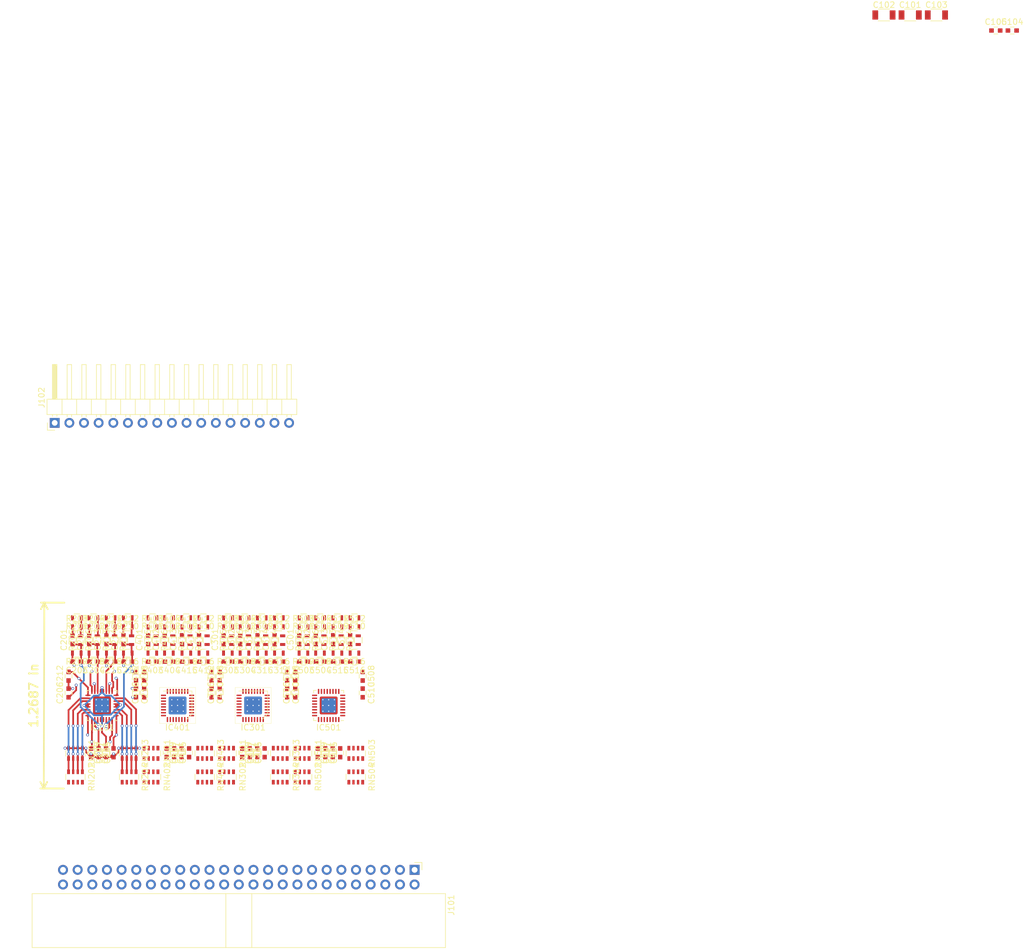
<source format=kicad_pcb>
(kicad_pcb (version 20171130) (host pcbnew 5.0.2-bee76a0~70~ubuntu18.04.1)
  (layers (0 F.Cu signal) (1 2_Ground power) (2 3_Misc mixed) (31 B.Cu signal) (34 B.Paste user) (35 F.Paste user) (36 B.SilkS user) (37 F.SilkS user) (38 B.Mask user) (39 F.Mask user) (44 Edge.Cuts user))
  (net 0 "")
  (net 1 +4V)
  (net 2 GND)
  (net 3 +2V5)
  (net 4 -2V5)
  (net 5 Vref_0-7)
  (net 6 Vref_8-15)
  (net 7 "Net-(C201-Pad1)")
  (net 8 "Net-(C201-Pad2)")
  (net 9 "Net-(C202-Pad2)")
  (net 10 "Net-(C202-Pad1)")
  (net 11 "Net-(C213-Pad2)")
  (net 12 "Net-(C213-Pad1)")
  (net 13 "Net-(C214-Pad2)")
  (net 14 "Net-(C214-Pad1)")
  (net 15 "Net-(C301-Pad1)")
  (net 16 "Net-(C301-Pad2)")
  (net 17 "Net-(C302-Pad1)")
  (net 18 "Net-(C302-Pad2)")
  (net 19 "Net-(C313-Pad1)")
  (net 20 "Net-(C313-Pad2)")
  (net 21 "Net-(C314-Pad1)")
  (net 22 "Net-(C314-Pad2)")
  (net 23 "Net-(C401-Pad1)")
  (net 24 "Net-(C401-Pad2)")
  (net 25 "Net-(C402-Pad1)")
  (net 26 "Net-(C402-Pad2)")
  (net 27 "Net-(C413-Pad1)")
  (net 28 "Net-(C413-Pad2)")
  (net 29 "Net-(C414-Pad1)")
  (net 30 "Net-(C414-Pad2)")
  (net 31 "Net-(C501-Pad2)")
  (net 32 "Net-(C501-Pad1)")
  (net 33 "Net-(C502-Pad2)")
  (net 34 "Net-(C502-Pad1)")
  (net 35 "Net-(C513-Pad2)")
  (net 36 "Net-(C513-Pad1)")
  (net 37 "Net-(C514-Pad1)")
  (net 38 "Net-(C514-Pad2)")
  (net 39 "/Ch 4-7/A-")
  (net 40 "/Ch 4-7/A+")
  (net 41 "/Ch 4-7/B+")
  (net 42 "/Ch 4-7/B-")
  (net 43 "/Ch 4-7/C-")
  (net 44 "/Ch 4-7/C+")
  (net 45 "/Ch 4-7/D+")
  (net 46 "/Ch 4-7/D-")
  (net 47 "/Ch 8-11/D-")
  (net 48 "/Ch 8-11/D+")
  (net 49 "/Ch 8-11/C+")
  (net 50 "/Ch 8-11/C-")
  (net 51 "/Ch 8-11/B-")
  (net 52 "/Ch 8-11/B+")
  (net 53 "/Ch 8-11/A+")
  (net 54 "/Ch 8-11/A-")
  (net 55 "/Ch 0-3/D-")
  (net 56 "/Ch 0-3/D+")
  (net 57 "/Ch 0-3/C+")
  (net 58 "/Ch 0-3/C-")
  (net 59 "/Ch 0-3/B-")
  (net 60 "/Ch 0-3/B+")
  (net 61 "/Ch 0-3/A+")
  (net 62 "/Ch 0-3/A-")
  (net 63 /12-15/A-)
  (net 64 /12-15/A+)
  (net 65 /12-15/B+)
  (net 66 /12-15/B-)
  (net 67 /12-15/C-)
  (net 68 /12-15/C+)
  (net 69 /12-15/D+)
  (net 70 /12-15/D-)
  (net 71 D8-)
  (net 72 D8+)
  (net 73 D9-)
  (net 74 D9+)
  (net 75 D0-)
  (net 76 D0+)
  (net 77 D1-)
  (net 78 D1+)
  (net 79 D10-)
  (net 80 D10+)
  (net 81 D11-)
  (net 82 D11+)
  (net 83 D2-)
  (net 84 D2+)
  (net 85 D3-)
  (net 86 D3+)
  (net 87 D12-)
  (net 88 D12+)
  (net 89 D13-)
  (net 90 D13+)
  (net 91 D4-)
  (net 92 D4+)
  (net 93 D5-)
  (net 94 D5+)
  (net 95 D14-)
  (net 96 D14+)
  (net 97 D15-)
  (net 98 D15+)
  (net 99 D6-)
  (net 100 D6+)
  (net 101 D7-)
  (net 102 D7+)
  (net 103 In0)
  (net 104 In1)
  (net 105 In2)
  (net 106 In3)
  (net 107 In4)
  (net 108 In5)
  (net 109 In6)
  (net 110 In7)
  (net 111 In8)
  (net 112 In9)
  (net 113 In10)
  (net 114 In11)
  (net 115 In12)
  (net 116 In13)
  (net 117 In14)
  (net 118 In15)
  (net 119 "Net-(R201-Pad1)")
  (net 120 "Net-(R202-Pad1)")
  (net 121 "Net-(R209-Pad1)")
  (net 122 "Net-(R210-Pad1)")
  (net 123 "Net-(R301-Pad1)")
  (net 124 "Net-(R302-Pad1)")
  (net 125 "Net-(R309-Pad1)")
  (net 126 "Net-(R310-Pad1)")
  (net 127 "Net-(R401-Pad1)")
  (net 128 "Net-(R402-Pad1)")
  (net 129 "Net-(R409-Pad1)")
  (net 130 "Net-(R410-Pad1)")
  (net 131 "Net-(R501-Pad1)")
  (net 132 "Net-(R502-Pad1)")
  (net 133 "Net-(R509-Pad1)")
  (net 134 "Net-(R510-Pad1)")
  (module Capacitors_SMD.pretty:C_0603 (layer F.Cu) (at 51.6 166.225 90)
    (fp_text reference C206 (at 0 -1.5 90) (layer F.SilkS))
    (fp_text value 10n)
    (pad 2 smd rect (at 0.75 0 90) (size 0.8 0.75) (layers F.Cu F.Paste F.Mask) (net 2 GND))
    (pad 1 smd rect (at -0.75 0 90) (size 0.8 0.75) (layers F.Cu F.Paste F.Mask) (net 5 Vref_0-7))
  )
  (module Capacitors_SMD.pretty:C_0603 (layer F.Cu) (at 51.6 163.325 90)
    (fp_text reference C212 (at 0 -1.5 90) (layer F.SilkS))
    (fp_text value 100n)
    (pad 2 smd rect (at 0.75 0 90) (size 0.8 0.75) (layers F.Cu F.Paste F.Mask) (net 3 +2V5))
    (pad 1 smd rect (at -0.75 0 90) (size 0.8 0.75) (layers F.Cu F.Paste F.Mask) (net 2 GND))
  )
  (module Capacitors_SMD.pretty:C_1206 (layer F.Cu) (at 197.525001 48.680001)
    (fp_text reference C101 (at 0 -1.75) (layer F.SilkS))
    (fp_text value 10uF)
    (pad 1 smd rect (at -1.5 0) (size 1 1.6) (layers F.Cu F.Paste F.Mask) (net 1 +4V))
    (pad 2 smd rect (at 1.5 0) (size 1 1.6) (layers F.Cu F.Paste F.Mask) (net 2 GND))
  )
  (module Capacitors_SMD.pretty:C_1206 (layer F.Cu) (at 192.975001 48.680001)
    (fp_text reference C102 (at 0 -1.75) (layer F.SilkS))
    (fp_text value 10uF)
    (pad 2 smd rect (at 1.5 0) (size 1 1.6) (layers F.Cu F.Paste F.Mask) (net 2 GND))
    (pad 1 smd rect (at -1.5 0) (size 1 1.6) (layers F.Cu F.Paste F.Mask) (net 3 +2V5))
  )
  (module Capacitors_SMD.pretty:C_1206 (layer F.Cu) (at 202.075001 48.680001)
    (fp_text reference C103 (at 0 -1.75) (layer F.SilkS))
    (fp_text value 10uF)
    (pad 1 smd rect (at -1.5 0) (size 1 1.6) (layers F.Cu F.Paste F.Mask) (net 4 -2V5))
    (pad 2 smd rect (at 1.5 0) (size 1 1.6) (layers F.Cu F.Paste F.Mask) (net 2 GND))
  )
  (module Capacitors_SMD.pretty:C_0603 (layer F.Cu) (at 215.225001 51.375001)
    (fp_text reference C104 (at 0 -1.5) (layer F.SilkS))
    (fp_text value 100n)
    (pad 1 smd rect (at -0.75 0) (size 0.8 0.75) (layers F.Cu F.Paste F.Mask) (net 5 Vref_0-7))
    (pad 2 smd rect (at 0.75 0) (size 0.8 0.75) (layers F.Cu F.Paste F.Mask) (net 2 GND))
  )
  (module Capacitors_SMD.pretty:C_0603 (layer F.Cu) (at 212.375001 51.375001)
    (fp_text reference C105 (at 0 -1.5) (layer F.SilkS))
    (fp_text value 100n)
    (pad 2 smd rect (at 0.75 0) (size 0.8 0.75) (layers F.Cu F.Paste F.Mask) (net 2 GND))
    (pad 1 smd rect (at -0.75 0) (size 0.8 0.75) (layers F.Cu F.Paste F.Mask) (net 6 Vref_8-15))
  )
  (module Capacitors_SMD.pretty:C_0603 (layer F.Cu) (at 52.3 157 90)
    (fp_text reference C201 (at 0 -1.5 90) (layer F.SilkS))
    (fp_text value 3.3p)
    (pad 1 smd rect (at -0.75 0 90) (size 0.8 0.75) (layers F.Cu F.Paste F.Mask) (net 7 "Net-(C201-Pad1)"))
    (pad 2 smd rect (at 0.75 0 90) (size 0.8 0.75) (layers F.Cu F.Paste F.Mask) (net 8 "Net-(C201-Pad2)"))
  )
  (module Capacitors_SMD.pretty:C_0603 (layer F.Cu) (at 55.175 157 90)
    (fp_text reference C202 (at 0 -1.5 90) (layer F.SilkS))
    (fp_text value 3.3p)
    (pad 2 smd rect (at 0.75 0 90) (size 0.8 0.75) (layers F.Cu F.Paste F.Mask) (net 9 "Net-(C202-Pad2)"))
    (pad 1 smd rect (at -0.75 0 90) (size 0.8 0.75) (layers F.Cu F.Paste F.Mask) (net 10 "Net-(C202-Pad1)"))
  )
  (module Capacitors_SMD.pretty:C_0603 (layer F.Cu) (at 53.025 160.8 180)
    (fp_text reference C203 (at 0 -1.5 180) (layer F.SilkS))
    (fp_text value 27p)
    (pad 1 smd rect (at -0.75 0 180) (size 0.8 0.75) (layers F.Cu F.Paste F.Mask) (net 7 "Net-(C201-Pad1)"))
    (pad 2 smd rect (at 0.75 0 180) (size 0.8 0.75) (layers F.Cu F.Paste F.Mask) (net 2 GND))
  )
  (module Capacitors_SMD.pretty:C_0603 (layer F.Cu) (at 55.966666 160.8 180)
    (fp_text reference C204 (at 0 -1.5 180) (layer F.SilkS))
    (fp_text value 27p)
    (pad 1 smd rect (at -0.75 0 180) (size 0.8 0.75) (layers F.Cu F.Paste F.Mask) (net 10 "Net-(C202-Pad1)"))
    (pad 2 smd rect (at 0.75 0 180) (size 0.8 0.75) (layers F.Cu F.Paste F.Mask) (net 2 GND))
  )
  (module Capacitors_SMD.pretty:C_0603 (layer F.Cu) (at 56.8 176.6 270)
    (fp_text reference C205 (at 0 -1.5 270) (layer F.SilkS))
    (fp_text value 10n)
    (pad 2 smd rect (at 0.75 0 270) (size 0.8 0.75) (layers F.Cu F.Paste F.Mask) (net 2 GND))
    (pad 1 smd rect (at -0.75 0 270) (size 0.8 0.75) (layers F.Cu F.Paste F.Mask) (net 5 Vref_0-7))
  )
  (module Capacitors_SMD.pretty:C_0603 (layer F.Cu) (at 55.5 176.6 270)
    (fp_text reference C207 (at 0 -1.5 270) (layer F.SilkS))
    (fp_text value 100n)
    (pad 2 smd rect (at 0.75 0 270) (size 0.8 0.75) (layers F.Cu F.Paste F.Mask) (net 2 GND))
    (pad 1 smd rect (at -0.75 0 270) (size 0.8 0.75) (layers F.Cu F.Paste F.Mask) (net 1 +4V))
  )
  (module Capacitors_SMD.pretty:C_0603 (layer F.Cu) (at 63.3 163.325 270)
    (fp_text reference C208 (at 0 -1.5 270) (layer F.SilkS))
    (fp_text value 100n)
    (pad 1 smd rect (at -0.75 0 270) (size 0.8 0.75) (layers F.Cu F.Paste F.Mask) (net 1 +4V))
    (pad 2 smd rect (at 0.75 0 270) (size 0.8 0.75) (layers F.Cu F.Paste F.Mask) (net 2 GND))
  )
  (module Capacitors_SMD.pretty:C_0603 (layer F.Cu) (at 58.1 176.6 90)
    (fp_text reference C209 (at 0 -1.5 90) (layer F.SilkS))
    (fp_text value 100n)
    (pad 1 smd rect (at -0.75 0 90) (size 0.8 0.75) (layers F.Cu F.Paste F.Mask) (net 2 GND))
    (pad 2 smd rect (at 0.75 0 90) (size 0.8 0.75) (layers F.Cu F.Paste F.Mask) (net 4 -2V5))
  )
  (module Capacitors_SMD.pretty:C_0603 (layer F.Cu) (at 63.3 166.225 270)
    (fp_text reference C210 (at 0 -1.5 270) (layer F.SilkS))
    (fp_text value 100n)
    (pad 2 smd rect (at 0.75 0 270) (size 0.8 0.75) (layers F.Cu F.Paste F.Mask) (net 4 -2V5))
    (pad 1 smd rect (at -0.75 0 270) (size 0.8 0.75) (layers F.Cu F.Paste F.Mask) (net 2 GND))
  )
  (module Capacitors_SMD.pretty:C_0603 (layer F.Cu) (at 59.4 176.6 90)
    (fp_text reference C211 (at 0 -1.5 90) (layer F.SilkS))
    (fp_text value 100n)
    (pad 1 smd rect (at -0.75 0 90) (size 0.8 0.75) (layers F.Cu F.Paste F.Mask) (net 2 GND))
    (pad 2 smd rect (at 0.75 0 90) (size 0.8 0.75) (layers F.Cu F.Paste F.Mask) (net 3 +2V5))
  )
  (module Capacitors_SMD.pretty:C_0603 (layer F.Cu) (at 58.175 157 90)
    (fp_text reference C213 (at 0 -1.5 90) (layer F.SilkS))
    (fp_text value 3.3p)
    (pad 2 smd rect (at 0.75 0 90) (size 0.8 0.75) (layers F.Cu F.Paste F.Mask) (net 11 "Net-(C213-Pad2)"))
    (pad 1 smd rect (at -0.75 0 90) (size 0.8 0.75) (layers F.Cu F.Paste F.Mask) (net 12 "Net-(C213-Pad1)"))
  )
  (module Capacitors_SMD.pretty:C_0603 (layer F.Cu) (at 61.125 157 90)
    (fp_text reference C214 (at 0 -1.5 90) (layer F.SilkS))
    (fp_text value 3.3p)
    (pad 2 smd rect (at 0.75 0 90) (size 0.8 0.75) (layers F.Cu F.Paste F.Mask) (net 13 "Net-(C214-Pad2)"))
    (pad 1 smd rect (at -0.75 0 90) (size 0.8 0.75) (layers F.Cu F.Paste F.Mask) (net 14 "Net-(C214-Pad1)"))
  )
  (module Capacitors_SMD.pretty:C_0603 (layer F.Cu) (at 58.925 160.8 180)
    (fp_text reference C215 (at 0 -1.5 180) (layer F.SilkS))
    (fp_text value 27p)
    (pad 1 smd rect (at -0.75 0 180) (size 0.8 0.75) (layers F.Cu F.Paste F.Mask) (net 12 "Net-(C213-Pad1)"))
    (pad 2 smd rect (at 0.75 0 180) (size 0.8 0.75) (layers F.Cu F.Paste F.Mask) (net 2 GND))
  )
  (module Capacitors_SMD.pretty:C_0603 (layer F.Cu) (at 61.875 160.8 180)
    (fp_text reference C216 (at 0 -1.5 180) (layer F.SilkS))
    (fp_text value 27p)
    (pad 1 smd rect (at -0.75 0 180) (size 0.8 0.75) (layers F.Cu F.Paste F.Mask) (net 14 "Net-(C214-Pad1)"))
    (pad 2 smd rect (at 0.75 0 180) (size 0.8 0.75) (layers F.Cu F.Paste F.Mask) (net 2 GND))
  )
  (module Capacitors_SMD.pretty:C_0603 (layer F.Cu) (at 78.5 157 90)
    (fp_text reference C301 (at 0 -1.5 90) (layer F.SilkS))
    (fp_text value 3.3p)
    (pad 1 smd rect (at -0.75 0 90) (size 0.8 0.75) (layers F.Cu F.Paste F.Mask) (net 15 "Net-(C301-Pad1)"))
    (pad 2 smd rect (at 0.75 0 90) (size 0.8 0.75) (layers F.Cu F.Paste F.Mask) (net 16 "Net-(C301-Pad2)"))
  )
  (module Capacitors_SMD.pretty:C_0603 (layer F.Cu) (at 81.375 157 90)
    (fp_text reference C302 (at 0 -1.5 90) (layer F.SilkS))
    (fp_text value 3.3p)
    (pad 1 smd rect (at -0.75 0 90) (size 0.8 0.75) (layers F.Cu F.Paste F.Mask) (net 17 "Net-(C302-Pad1)"))
    (pad 2 smd rect (at 0.75 0 90) (size 0.8 0.75) (layers F.Cu F.Paste F.Mask) (net 18 "Net-(C302-Pad2)"))
  )
  (module Capacitors_SMD.pretty:C_0603 (layer F.Cu) (at 79.225 160.8 180)
    (fp_text reference C303 (at 0 -1.5 180) (layer F.SilkS))
    (fp_text value 27p)
    (pad 1 smd rect (at -0.75 0 180) (size 0.8 0.75) (layers F.Cu F.Paste F.Mask) (net 15 "Net-(C301-Pad1)"))
    (pad 2 smd rect (at 0.75 0 180) (size 0.8 0.75) (layers F.Cu F.Paste F.Mask) (net 2 GND))
  )
  (module Capacitors_SMD.pretty:C_0603 (layer F.Cu) (at 82.166666 160.8 180)
    (fp_text reference C304 (at 0 -1.5 180) (layer F.SilkS))
    (fp_text value 27p)
    (pad 2 smd rect (at 0.75 0 180) (size 0.8 0.75) (layers F.Cu F.Paste F.Mask) (net 2 GND))
    (pad 1 smd rect (at -0.75 0 180) (size 0.8 0.75) (layers F.Cu F.Paste F.Mask) (net 17 "Net-(C302-Pad1)"))
  )
  (module Capacitors_SMD.pretty:C_0603 (layer F.Cu) (at 83 176.6 270)
    (fp_text reference C305 (at 0 -1.5 270) (layer F.SilkS))
    (fp_text value 10n)
    (pad 1 smd rect (at -0.75 0 270) (size 0.8 0.75) (layers F.Cu F.Paste F.Mask) (net 6 Vref_8-15))
    (pad 2 smd rect (at 0.75 0 270) (size 0.8 0.75) (layers F.Cu F.Paste F.Mask) (net 2 GND))
  )
  (module Capacitors_SMD.pretty:C_0603 (layer F.Cu) (at 77.8 166.225 90)
    (fp_text reference C306 (at 0 -1.5 90) (layer F.SilkS))
    (fp_text value 10n)
    (pad 2 smd rect (at 0.75 0 90) (size 0.8 0.75) (layers F.Cu F.Paste F.Mask) (net 2 GND))
    (pad 1 smd rect (at -0.75 0 90) (size 0.8 0.75) (layers F.Cu F.Paste F.Mask) (net 6 Vref_8-15))
  )
  (module Capacitors_SMD.pretty:C_0603 (layer F.Cu) (at 81.7 176.6 270)
    (fp_text reference C307 (at 0 -1.5 270) (layer F.SilkS))
    (fp_text value 100n)
    (pad 1 smd rect (at -0.75 0 270) (size 0.8 0.75) (layers F.Cu F.Paste F.Mask) (net 1 +4V))
    (pad 2 smd rect (at 0.75 0 270) (size 0.8 0.75) (layers F.Cu F.Paste F.Mask) (net 2 GND))
  )
  (module Capacitors_SMD.pretty:C_0603 (layer F.Cu) (at 89.5 163.325 270)
    (fp_text reference C308 (at 0 -1.5 270) (layer F.SilkS))
    (fp_text value 100n)
    (pad 2 smd rect (at 0.75 0 270) (size 0.8 0.75) (layers F.Cu F.Paste F.Mask) (net 2 GND))
    (pad 1 smd rect (at -0.75 0 270) (size 0.8 0.75) (layers F.Cu F.Paste F.Mask) (net 1 +4V))
  )
  (module Capacitors_SMD.pretty:C_0603 (layer F.Cu) (at 84.3 176.6 90)
    (fp_text reference C309 (at 0 -1.5 90) (layer F.SilkS))
    (fp_text value 100n)
    (pad 2 smd rect (at 0.75 0 90) (size 0.8 0.75) (layers F.Cu F.Paste F.Mask) (net 4 -2V5))
    (pad 1 smd rect (at -0.75 0 90) (size 0.8 0.75) (layers F.Cu F.Paste F.Mask) (net 2 GND))
  )
  (module Capacitors_SMD.pretty:C_0603 (layer F.Cu) (at 89.5 166.225 270)
    (fp_text reference C310 (at 0 -1.5 270) (layer F.SilkS))
    (fp_text value 100n)
    (pad 1 smd rect (at -0.75 0 270) (size 0.8 0.75) (layers F.Cu F.Paste F.Mask) (net 2 GND))
    (pad 2 smd rect (at 0.75 0 270) (size 0.8 0.75) (layers F.Cu F.Paste F.Mask) (net 4 -2V5))
  )
  (module Capacitors_SMD.pretty:C_0603 (layer F.Cu) (at 85.6 176.6 90)
    (fp_text reference C311 (at 0 -1.5 90) (layer F.SilkS))
    (fp_text value 100n)
    (pad 2 smd rect (at 0.75 0 90) (size 0.8 0.75) (layers F.Cu F.Paste F.Mask) (net 3 +2V5))
    (pad 1 smd rect (at -0.75 0 90) (size 0.8 0.75) (layers F.Cu F.Paste F.Mask) (net 2 GND))
  )
  (module Capacitors_SMD.pretty:C_0603 (layer F.Cu) (at 77.8 163.325 90)
    (fp_text reference C312 (at 0 -1.5 90) (layer F.SilkS))
    (fp_text value 100n)
    (pad 1 smd rect (at -0.75 0 90) (size 0.8 0.75) (layers F.Cu F.Paste F.Mask) (net 2 GND))
    (pad 2 smd rect (at 0.75 0 90) (size 0.8 0.75) (layers F.Cu F.Paste F.Mask) (net 3 +2V5))
  )
  (module Capacitors_SMD.pretty:C_0603 (layer F.Cu) (at 84.375 157 90)
    (fp_text reference C313 (at 0 -1.5 90) (layer F.SilkS))
    (fp_text value 3.3p)
    (pad 1 smd rect (at -0.75 0 90) (size 0.8 0.75) (layers F.Cu F.Paste F.Mask) (net 19 "Net-(C313-Pad1)"))
    (pad 2 smd rect (at 0.75 0 90) (size 0.8 0.75) (layers F.Cu F.Paste F.Mask) (net 20 "Net-(C313-Pad2)"))
  )
  (module Capacitors_SMD.pretty:C_0603 (layer F.Cu) (at 87.325 157 90)
    (fp_text reference C314 (at 0 -1.5 90) (layer F.SilkS))
    (fp_text value 3.3p)
    (pad 1 smd rect (at -0.75 0 90) (size 0.8 0.75) (layers F.Cu F.Paste F.Mask) (net 21 "Net-(C314-Pad1)"))
    (pad 2 smd rect (at 0.75 0 90) (size 0.8 0.75) (layers F.Cu F.Paste F.Mask) (net 22 "Net-(C314-Pad2)"))
  )
  (module Capacitors_SMD.pretty:C_0603 (layer F.Cu) (at 85.125 160.8 180)
    (fp_text reference C315 (at 0 -1.5 180) (layer F.SilkS))
    (fp_text value 27p)
    (pad 2 smd rect (at 0.75 0 180) (size 0.8 0.75) (layers F.Cu F.Paste F.Mask) (net 2 GND))
    (pad 1 smd rect (at -0.75 0 180) (size 0.8 0.75) (layers F.Cu F.Paste F.Mask) (net 19 "Net-(C313-Pad1)"))
  )
  (module Capacitors_SMD.pretty:C_0603 (layer F.Cu) (at 88.075 160.8 180)
    (fp_text reference C316 (at 0 -1.5 180) (layer F.SilkS))
    (fp_text value 27p)
    (pad 2 smd rect (at 0.75 0 180) (size 0.8 0.75) (layers F.Cu F.Paste F.Mask) (net 2 GND))
    (pad 1 smd rect (at -0.75 0 180) (size 0.8 0.75) (layers F.Cu F.Paste F.Mask) (net 21 "Net-(C314-Pad1)"))
  )
  (module Capacitors_SMD.pretty:C_0603 (layer F.Cu) (at 65.4 157 90)
    (fp_text reference C401 (at 0 -1.5 90) (layer F.SilkS))
    (fp_text value 3.3p)
    (pad 1 smd rect (at -0.75 0 90) (size 0.8 0.75) (layers F.Cu F.Paste F.Mask) (net 23 "Net-(C401-Pad1)"))
    (pad 2 smd rect (at 0.75 0 90) (size 0.8 0.75) (layers F.Cu F.Paste F.Mask) (net 24 "Net-(C401-Pad2)"))
  )
  (module Capacitors_SMD.pretty:C_0603 (layer F.Cu) (at 68.275 157 90)
    (fp_text reference C402 (at 0 -1.5 90) (layer F.SilkS))
    (fp_text value 3.3p)
    (pad 1 smd rect (at -0.75 0 90) (size 0.8 0.75) (layers F.Cu F.Paste F.Mask) (net 25 "Net-(C402-Pad1)"))
    (pad 2 smd rect (at 0.75 0 90) (size 0.8 0.75) (layers F.Cu F.Paste F.Mask) (net 26 "Net-(C402-Pad2)"))
  )
  (module Capacitors_SMD.pretty:C_0603 (layer F.Cu) (at 66.125 160.8 180)
    (fp_text reference C403 (at 0 -1.5 180) (layer F.SilkS))
    (fp_text value 27p)
    (pad 2 smd rect (at 0.75 0 180) (size 0.8 0.75) (layers F.Cu F.Paste F.Mask) (net 2 GND))
    (pad 1 smd rect (at -0.75 0 180) (size 0.8 0.75) (layers F.Cu F.Paste F.Mask) (net 23 "Net-(C401-Pad1)"))
  )
  (module Capacitors_SMD.pretty:C_0603 (layer F.Cu) (at 69.066666 160.8 180)
    (fp_text reference C404 (at 0 -1.5 180) (layer F.SilkS))
    (fp_text value 27p)
    (pad 2 smd rect (at 0.75 0 180) (size 0.8 0.75) (layers F.Cu F.Paste F.Mask) (net 2 GND))
    (pad 1 smd rect (at -0.75 0 180) (size 0.8 0.75) (layers F.Cu F.Paste F.Mask) (net 25 "Net-(C402-Pad1)"))
  )
  (module Capacitors_SMD.pretty:C_0603 (layer F.Cu) (at 69.9 176.6 270)
    (fp_text reference C405 (at 0 -1.5 270) (layer F.SilkS))
    (fp_text value 10n)
    (pad 2 smd rect (at 0.75 0 270) (size 0.8 0.75) (layers F.Cu F.Paste F.Mask) (net 2 GND))
    (pad 1 smd rect (at -0.75 0 270) (size 0.8 0.75) (layers F.Cu F.Paste F.Mask) (net 5 Vref_0-7))
  )
  (module Capacitors_SMD.pretty:C_0603 (layer F.Cu) (at 64.7 166.225 90)
    (fp_text reference C406 (at 0 -1.5 90) (layer F.SilkS))
    (fp_text value 10n)
    (pad 2 smd rect (at 0.75 0 90) (size 0.8 0.75) (layers F.Cu F.Paste F.Mask) (net 2 GND))
    (pad 1 smd rect (at -0.75 0 90) (size 0.8 0.75) (layers F.Cu F.Paste F.Mask) (net 5 Vref_0-7))
  )
  (module Capacitors_SMD.pretty:C_0603 (layer F.Cu) (at 68.6 176.6 270)
    (fp_text reference C407 (at 0 -1.5 270) (layer F.SilkS))
    (fp_text value 100n)
    (pad 2 smd rect (at 0.75 0 270) (size 0.8 0.75) (layers F.Cu F.Paste F.Mask) (net 2 GND))
    (pad 1 smd rect (at -0.75 0 270) (size 0.8 0.75) (layers F.Cu F.Paste F.Mask) (net 1 +4V))
  )
  (module Capacitors_SMD.pretty:C_0603 (layer F.Cu) (at 76.4 163.325 270)
    (fp_text reference C408 (at 0 -1.5 270) (layer F.SilkS))
    (fp_text value 100n)
    (pad 2 smd rect (at 0.75 0 270) (size 0.8 0.75) (layers F.Cu F.Paste F.Mask) (net 2 GND))
    (pad 1 smd rect (at -0.75 0 270) (size 0.8 0.75) (layers F.Cu F.Paste F.Mask) (net 1 +4V))
  )
  (module Capacitors_SMD.pretty:C_0603 (layer F.Cu) (at 71.2 176.6 90)
    (fp_text reference C409 (at 0 -1.5 90) (layer F.SilkS))
    (fp_text value 100n)
    (pad 1 smd rect (at -0.75 0 90) (size 0.8 0.75) (layers F.Cu F.Paste F.Mask) (net 2 GND))
    (pad 2 smd rect (at 0.75 0 90) (size 0.8 0.75) (layers F.Cu F.Paste F.Mask) (net 4 -2V5))
  )
  (module Capacitors_SMD.pretty:C_0603 (layer F.Cu) (at 76.4 166.225 270)
    (fp_text reference C410 (at 0 -1.5 270) (layer F.SilkS))
    (fp_text value 100n)
    (pad 1 smd rect (at -0.75 0 270) (size 0.8 0.75) (layers F.Cu F.Paste F.Mask) (net 2 GND))
    (pad 2 smd rect (at 0.75 0 270) (size 0.8 0.75) (layers F.Cu F.Paste F.Mask) (net 4 -2V5))
  )
  (module Capacitors_SMD.pretty:C_0603 (layer F.Cu) (at 72.5 176.6 90)
    (fp_text reference C411 (at 0 -1.5 90) (layer F.SilkS))
    (fp_text value 100n)
    (pad 1 smd rect (at -0.75 0 90) (size 0.8 0.75) (layers F.Cu F.Paste F.Mask) (net 2 GND))
    (pad 2 smd rect (at 0.75 0 90) (size 0.8 0.75) (layers F.Cu F.Paste F.Mask) (net 3 +2V5))
  )
  (module Capacitors_SMD.pretty:C_0603 (layer F.Cu) (at 64.7 163.325 90)
    (fp_text reference C412 (at 0 -1.5 90) (layer F.SilkS))
    (fp_text value 100n)
    (pad 1 smd rect (at -0.75 0 90) (size 0.8 0.75) (layers F.Cu F.Paste F.Mask) (net 2 GND))
    (pad 2 smd rect (at 0.75 0 90) (size 0.8 0.75) (layers F.Cu F.Paste F.Mask) (net 3 +2V5))
  )
  (module Capacitors_SMD.pretty:C_0603 (layer F.Cu) (at 71.275 157 90)
    (fp_text reference C413 (at 0 -1.5 90) (layer F.SilkS))
    (fp_text value 3.3p)
    (pad 1 smd rect (at -0.75 0 90) (size 0.8 0.75) (layers F.Cu F.Paste F.Mask) (net 27 "Net-(C413-Pad1)"))
    (pad 2 smd rect (at 0.75 0 90) (size 0.8 0.75) (layers F.Cu F.Paste F.Mask) (net 28 "Net-(C413-Pad2)"))
  )
  (module Capacitors_SMD.pretty:C_0603 (layer F.Cu) (at 74.225 157 90)
    (fp_text reference C414 (at 0 -1.5 90) (layer F.SilkS))
    (fp_text value 3.3p)
    (pad 1 smd rect (at -0.75 0 90) (size 0.8 0.75) (layers F.Cu F.Paste F.Mask) (net 29 "Net-(C414-Pad1)"))
    (pad 2 smd rect (at 0.75 0 90) (size 0.8 0.75) (layers F.Cu F.Paste F.Mask) (net 30 "Net-(C414-Pad2)"))
  )
  (module Capacitors_SMD.pretty:C_0603 (layer F.Cu) (at 72.025 160.8 180)
    (fp_text reference C415 (at 0 -1.5 180) (layer F.SilkS))
    (fp_text value 27p)
    (pad 2 smd rect (at 0.75 0 180) (size 0.8 0.75) (layers F.Cu F.Paste F.Mask) (net 2 GND))
    (pad 1 smd rect (at -0.75 0 180) (size 0.8 0.75) (layers F.Cu F.Paste F.Mask) (net 27 "Net-(C413-Pad1)"))
  )
  (module Capacitors_SMD.pretty:C_0603 (layer F.Cu) (at 74.975 160.8 180)
    (fp_text reference C416 (at 0 -1.5 180) (layer F.SilkS))
    (fp_text value 27p)
    (pad 2 smd rect (at 0.75 0 180) (size 0.8 0.75) (layers F.Cu F.Paste F.Mask) (net 2 GND))
    (pad 1 smd rect (at -0.75 0 180) (size 0.8 0.75) (layers F.Cu F.Paste F.Mask) (net 29 "Net-(C414-Pad1)"))
  )
  (module Capacitors_SMD.pretty:C_0603 (layer F.Cu) (at 91.6 157 90)
    (fp_text reference C501 (at 0 -1.5 90) (layer F.SilkS))
    (fp_text value 3.3p)
    (pad 2 smd rect (at 0.75 0 90) (size 0.8 0.75) (layers F.Cu F.Paste F.Mask) (net 31 "Net-(C501-Pad2)"))
    (pad 1 smd rect (at -0.75 0 90) (size 0.8 0.75) (layers F.Cu F.Paste F.Mask) (net 32 "Net-(C501-Pad1)"))
  )
  (module Capacitors_SMD.pretty:C_0603 (layer F.Cu) (at 94.475 157 90)
    (fp_text reference C502 (at 0 -1.5 90) (layer F.SilkS))
    (fp_text value 3.3p)
    (pad 2 smd rect (at 0.75 0 90) (size 0.8 0.75) (layers F.Cu F.Paste F.Mask) (net 33 "Net-(C502-Pad2)"))
    (pad 1 smd rect (at -0.75 0 90) (size 0.8 0.75) (layers F.Cu F.Paste F.Mask) (net 34 "Net-(C502-Pad1)"))
  )
  (module Capacitors_SMD.pretty:C_0603 (layer F.Cu) (at 92.325 160.8 180)
    (fp_text reference C503 (at 0 -1.5 180) (layer F.SilkS))
    (fp_text value 27p)
    (pad 2 smd rect (at 0.75 0 180) (size 0.8 0.75) (layers F.Cu F.Paste F.Mask) (net 2 GND))
    (pad 1 smd rect (at -0.75 0 180) (size 0.8 0.75) (layers F.Cu F.Paste F.Mask) (net 32 "Net-(C501-Pad1)"))
  )
  (module Capacitors_SMD.pretty:C_0603 (layer F.Cu) (at 95.266666 160.8 180)
    (fp_text reference C504 (at 0 -1.5 180) (layer F.SilkS))
    (fp_text value 27p)
    (pad 1 smd rect (at -0.75 0 180) (size 0.8 0.75) (layers F.Cu F.Paste F.Mask) (net 34 "Net-(C502-Pad1)"))
    (pad 2 smd rect (at 0.75 0 180) (size 0.8 0.75) (layers F.Cu F.Paste F.Mask) (net 2 GND))
  )
  (module Capacitors_SMD.pretty:C_0603 (layer F.Cu) (at 96.1 176.6 270)
    (fp_text reference C505 (at 0 -1.5 270) (layer F.SilkS))
    (fp_text value 10n)
    (pad 2 smd rect (at 0.75 0 270) (size 0.8 0.75) (layers F.Cu F.Paste F.Mask) (net 2 GND))
    (pad 1 smd rect (at -0.75 0 270) (size 0.8 0.75) (layers F.Cu F.Paste F.Mask) (net 6 Vref_8-15))
  )
  (module Capacitors_SMD.pretty:C_0603 (layer F.Cu) (at 90.9 166.225 90)
    (fp_text reference C506 (at 0 -1.5 90) (layer F.SilkS))
    (fp_text value 10n)
    (pad 1 smd rect (at -0.75 0 90) (size 0.8 0.75) (layers F.Cu F.Paste F.Mask) (net 6 Vref_8-15))
    (pad 2 smd rect (at 0.75 0 90) (size 0.8 0.75) (layers F.Cu F.Paste F.Mask) (net 2 GND))
  )
  (module Capacitors_SMD.pretty:C_0603 (layer F.Cu) (at 94.8 176.6 270)
    (fp_text reference C507 (at 0 -1.5 270) (layer F.SilkS))
    (fp_text value 100n)
    (pad 2 smd rect (at 0.75 0 270) (size 0.8 0.75) (layers F.Cu F.Paste F.Mask) (net 2 GND))
    (pad 1 smd rect (at -0.75 0 270) (size 0.8 0.75) (layers F.Cu F.Paste F.Mask) (net 1 +4V))
  )
  (module Capacitors_SMD.pretty:C_0603 (layer F.Cu) (at 102.6 163.325 270)
    (fp_text reference C508 (at 0 -1.5 270) (layer F.SilkS))
    (fp_text value 100n)
    (pad 1 smd rect (at -0.75 0 270) (size 0.8 0.75) (layers F.Cu F.Paste F.Mask) (net 1 +4V))
    (pad 2 smd rect (at 0.75 0 270) (size 0.8 0.75) (layers F.Cu F.Paste F.Mask) (net 2 GND))
  )
  (module Capacitors_SMD.pretty:C_0603 (layer F.Cu) (at 97.4 176.6 90)
    (fp_text reference C509 (at 0 -1.5 90) (layer F.SilkS))
    (fp_text value 100n)
    (pad 1 smd rect (at -0.75 0 90) (size 0.8 0.75) (layers F.Cu F.Paste F.Mask) (net 2 GND))
    (pad 2 smd rect (at 0.75 0 90) (size 0.8 0.75) (layers F.Cu F.Paste F.Mask) (net 4 -2V5))
  )
  (module Capacitors_SMD.pretty:C_0603 (layer F.Cu) (at 102.6 166.225 270)
    (fp_text reference C510 (at 0 -1.5 270) (layer F.SilkS))
    (fp_text value 100n)
    (pad 2 smd rect (at 0.75 0 270) (size 0.8 0.75) (layers F.Cu F.Paste F.Mask) (net 4 -2V5))
    (pad 1 smd rect (at -0.75 0 270) (size 0.8 0.75) (layers F.Cu F.Paste F.Mask) (net 2 GND))
  )
  (module Capacitors_SMD.pretty:C_0603 (layer F.Cu) (at 98.7 176.6 90)
    (fp_text reference C511 (at 0 -1.5 90) (layer F.SilkS))
    (fp_text value 100n)
    (pad 1 smd rect (at -0.75 0 90) (size 0.8 0.75) (layers F.Cu F.Paste F.Mask) (net 2 GND))
    (pad 2 smd rect (at 0.75 0 90) (size 0.8 0.75) (layers F.Cu F.Paste F.Mask) (net 3 +2V5))
  )
  (module Capacitors_SMD.pretty:C_0603 (layer F.Cu) (at 90.9 163.325 90)
    (fp_text reference C512 (at 0 -1.5 90) (layer F.SilkS))
    (fp_text value 100n)
    (pad 2 smd rect (at 0.75 0 90) (size 0.8 0.75) (layers F.Cu F.Paste F.Mask) (net 3 +2V5))
    (pad 1 smd rect (at -0.75 0 90) (size 0.8 0.75) (layers F.Cu F.Paste F.Mask) (net 2 GND))
  )
  (module Capacitors_SMD.pretty:C_0603 (layer F.Cu) (at 97.475 157 90)
    (fp_text reference C513 (at 0 -1.5 90) (layer F.SilkS))
    (fp_text value 3.3p)
    (pad 2 smd rect (at 0.75 0 90) (size 0.8 0.75) (layers F.Cu F.Paste F.Mask) (net 35 "Net-(C513-Pad2)"))
    (pad 1 smd rect (at -0.75 0 90) (size 0.8 0.75) (layers F.Cu F.Paste F.Mask) (net 36 "Net-(C513-Pad1)"))
  )
  (module Capacitors_SMD.pretty:C_0603 (layer F.Cu) (at 100.425 157 90)
    (fp_text reference C514 (at 0 -1.5 90) (layer F.SilkS))
    (fp_text value 3.3p)
    (pad 1 smd rect (at -0.75 0 90) (size 0.8 0.75) (layers F.Cu F.Paste F.Mask) (net 37 "Net-(C514-Pad1)"))
    (pad 2 smd rect (at 0.75 0 90) (size 0.8 0.75) (layers F.Cu F.Paste F.Mask) (net 38 "Net-(C514-Pad2)"))
  )
  (module Capacitors_SMD.pretty:C_0603 (layer F.Cu) (at 98.225 160.8 180)
    (fp_text reference C515 (at 0 -1.5 180) (layer F.SilkS))
    (fp_text value 27p)
    (pad 1 smd rect (at -0.75 0 180) (size 0.8 0.75) (layers F.Cu F.Paste F.Mask) (net 36 "Net-(C513-Pad1)"))
    (pad 2 smd rect (at 0.75 0 180) (size 0.8 0.75) (layers F.Cu F.Paste F.Mask) (net 2 GND))
  )
  (module Capacitors_SMD.pretty:C_0603 (layer F.Cu) (at 101.175 160.8 180)
    (fp_text reference C516 (at 0 -1.5 180) (layer F.SilkS))
    (fp_text value 27p)
    (pad 2 smd rect (at 0.75 0 180) (size 0.8 0.75) (layers F.Cu F.Paste F.Mask) (net 2 GND))
    (pad 1 smd rect (at -0.75 0 180) (size 0.8 0.75) (layers F.Cu F.Paste F.Mask) (net 37 "Net-(C514-Pad1)"))
  )
  (module Package_DFN_QFN:QFN-32-1EP_5x5mm_P0.5mm_EP3.1x3.1mm_ThermalVias (layer F.Cu) (at 57.4 168.4 180)
    (fp_text reference IC201 (at 0 -3.82 180) (layer F.SilkS))
    (fp_text value lmh7324)
    (pad 33 smd roundrect (at 0 0 180) (size 3.1 3.1) (layers F.Cu F.Mask) (roundrect_rratio 0.08064499999999999) (net 2 GND))
    (pad 33 thru_hole circle (at -1 -1 180) (size 0.5 0.5) (drill 0.2) (layers *.Cu) (net 2 GND))
    (pad 33 thru_hole circle (at 0 -1 180) (size 0.5 0.5) (drill 0.2) (layers *.Cu) (net 2 GND))
    (pad 33 thru_hole circle (at 1 -1 180) (size 0.5 0.5) (drill 0.2) (layers *.Cu) (net 2 GND))
    (pad 33 thru_hole circle (at -1 0 180) (size 0.5 0.5) (drill 0.2) (layers *.Cu) (net 2 GND))
    (pad 33 thru_hole circle (at 0 0 180) (size 0.5 0.5) (drill 0.2) (layers *.Cu) (net 2 GND))
    (pad 33 thru_hole circle (at 1 0 180) (size 0.5 0.5) (drill 0.2) (layers *.Cu) (net 2 GND))
    (pad 33 thru_hole circle (at -1 1 180) (size 0.5 0.5) (drill 0.2) (layers *.Cu) (net 2 GND))
    (pad 33 thru_hole circle (at 0 1 180) (size 0.5 0.5) (drill 0.2) (layers *.Cu) (net 2 GND))
    (pad 33 thru_hole circle (at 1 1 180) (size 0.5 0.5) (drill 0.2) (layers *.Cu) (net 2 GND))
    (pad 33 smd roundrect (at 0 0 180) (size 2.5 2.5) (layers B.Cu) (roundrect_rratio 0.1) (net 2 GND))
    (pad 1 smd roundrect (at -2.4375 -1.75 180) (size 0.875 0.25) (layers F.Cu F.Paste F.Mask) (net 3 +2V5))
    (pad 2 smd roundrect (at -2.4375 -1.25 180) (size 0.875 0.25) (layers F.Cu F.Paste F.Mask) (net 46 "/Ch 4-7/D-"))
    (pad 3 smd roundrect (at -2.4375 -0.75 180) (size 0.875 0.25) (layers F.Cu F.Paste F.Mask) (net 45 "/Ch 4-7/D+"))
    (pad 4 smd roundrect (at -2.4375 -0.25 180) (size 0.875 0.25) (layers F.Cu F.Paste F.Mask) (net 4 -2V5))
    (pad 5 smd roundrect (at -2.4375 0.25 180) (size 0.875 0.25) (layers F.Cu F.Paste F.Mask) (net 4 -2V5))
    (pad 6 smd roundrect (at -2.4375 0.75 180) (size 0.875 0.25) (layers F.Cu F.Paste F.Mask) (net 44 "/Ch 4-7/C+"))
    (pad 7 smd roundrect (at -2.4375 1.25 180) (size 0.875 0.25) (layers F.Cu F.Paste F.Mask) (net 43 "/Ch 4-7/C-"))
    (pad 8 smd roundrect (at -2.4375 1.75 180) (size 0.875 0.25) (layers F.Cu F.Paste F.Mask) (net 3 +2V5))
    (pad 9 smd roundrect (at -1.75 2.4375 180) (size 0.25 0.875) (layers F.Cu F.Paste F.Mask) (net 1 +4V))
    (pad 10 smd roundrect (at -1.25 2.4375 180) (size 0.25 0.875) (layers F.Cu F.Paste F.Mask) (net 5 Vref_0-7))
    (pad 11 smd roundrect (at -0.75 2.4375 180) (size 0.25 0.875) (layers F.Cu F.Paste F.Mask) (net 12 "Net-(C213-Pad1)"))
    (pad 12 smd roundrect (at -0.25 2.4375 180) (size 0.25 0.875) (layers F.Cu F.Paste F.Mask) (net 4 -2V5))
    (pad 13 smd roundrect (at 0.25 2.4375 180) (size 0.25 0.875) (layers F.Cu F.Paste F.Mask) (net 4 -2V5))
    (pad 14 smd roundrect (at 0.75 2.4375 180) (size 0.25 0.875) (layers F.Cu F.Paste F.Mask) (net 10 "Net-(C202-Pad1)"))
    (pad 15 smd roundrect (at 1.25 2.4375 180) (size 0.25 0.875) (layers F.Cu F.Paste F.Mask) (net 5 Vref_0-7))
    (pad 16 smd roundrect (at 1.75 2.4375 180) (size 0.25 0.875) (layers F.Cu F.Paste F.Mask) (net 1 +4V))
    (pad 17 smd roundrect (at 2.4375 1.75 180) (size 0.875 0.25) (layers F.Cu F.Paste F.Mask) (net 3 +2V5))
    (pad 18 smd roundrect (at 2.4375 1.25 180) (size 0.875 0.25) (layers F.Cu F.Paste F.Mask) (net 42 "/Ch 4-7/B-"))
    (pad 19 smd roundrect (at 2.4375 0.75 180) (size 0.875 0.25) (layers F.Cu F.Paste F.Mask) (net 41 "/Ch 4-7/B+"))
    (pad 20 smd roundrect (at 2.4375 0.25 180) (size 0.875 0.25) (layers F.Cu F.Paste F.Mask) (net 4 -2V5))
    (pad 21 smd roundrect (at 2.4375 -0.25 180) (size 0.875 0.25) (layers F.Cu F.Paste F.Mask) (net 4 -2V5))
    (pad 22 smd roundrect (at 2.4375 -0.75 180) (size 0.875 0.25) (layers F.Cu F.Paste F.Mask) (net 40 "/Ch 4-7/A+"))
    (pad 23 smd roundrect (at 2.4375 -1.25 180) (size 0.875 0.25) (layers F.Cu F.Paste F.Mask) (net 39 "/Ch 4-7/A-"))
    (pad 24 smd roundrect (at 2.4375 -1.75 180) (size 0.875 0.25) (layers F.Cu F.Paste F.Mask) (net 3 +2V5))
    (pad 25 smd roundrect (at 1.75 -2.4375 180) (size 0.25 0.875) (layers F.Cu F.Paste F.Mask) (net 1 +4V))
    (pad 26 smd roundrect (at 1.25 -2.4375 180) (size 0.25 0.875) (layers F.Cu F.Paste F.Mask) (net 5 Vref_0-7))
    (pad 27 smd roundrect (at 0.75 -2.4375 180) (size 0.25 0.875) (layers F.Cu F.Paste F.Mask) (net 7 "Net-(C201-Pad1)"))
    (pad 28 smd roundrect (at 0.25 -2.4375 180) (size 0.25 0.875) (layers F.Cu F.Paste F.Mask) (net 4 -2V5))
    (pad 29 smd roundrect (at -0.25 -2.4375 180) (size 0.25 0.875) (layers F.Cu F.Paste F.Mask) (net 4 -2V5))
    (pad 30 smd roundrect (at -0.75 -2.4375 180) (size 0.25 0.875) (layers F.Cu F.Paste F.Mask) (net 14 "Net-(C214-Pad1)"))
    (pad 31 smd roundrect (at -1.25 -2.4375 180) (size 0.25 0.875) (layers F.Cu F.Paste F.Mask) (net 5 Vref_0-7))
    (pad 32 smd roundrect (at -1.75 -2.4375 180) (size 0.25 0.875) (layers F.Cu F.Paste F.Mask) (net 1 +4V))
  )
  (module Package_DFN_QFN:QFN-32-1EP_5x5mm_P0.5mm_EP3.1x3.1mm_ThermalVias (layer F.Cu) (at 83.6 168.4 180)
    (fp_text reference IC301 (at 0 -3.82 180) (layer F.SilkS))
    (fp_text value lmh7324)
    (pad 32 smd roundrect (at -1.75 -2.4375 180) (size 0.25 0.875) (layers F.Cu F.Paste F.Mask) (net 1 +4V))
    (pad 31 smd roundrect (at -1.25 -2.4375 180) (size 0.25 0.875) (layers F.Cu F.Paste F.Mask) (net 6 Vref_8-15))
    (pad 30 smd roundrect (at -0.75 -2.4375 180) (size 0.25 0.875) (layers F.Cu F.Paste F.Mask) (net 15 "Net-(C301-Pad1)"))
    (pad 29 smd roundrect (at -0.25 -2.4375 180) (size 0.25 0.875) (layers F.Cu F.Paste F.Mask) (net 4 -2V5))
    (pad 28 smd roundrect (at 0.25 -2.4375 180) (size 0.25 0.875) (layers F.Cu F.Paste F.Mask) (net 4 -2V5))
    (pad 27 smd roundrect (at 0.75 -2.4375 180) (size 0.25 0.875) (layers F.Cu F.Paste F.Mask) (net 21 "Net-(C314-Pad1)"))
    (pad 26 smd roundrect (at 1.25 -2.4375 180) (size 0.25 0.875) (layers F.Cu F.Paste F.Mask) (net 6 Vref_8-15))
    (pad 25 smd roundrect (at 1.75 -2.4375 180) (size 0.25 0.875) (layers F.Cu F.Paste F.Mask) (net 1 +4V))
    (pad 24 smd roundrect (at 2.4375 -1.75 180) (size 0.875 0.25) (layers F.Cu F.Paste F.Mask) (net 3 +2V5))
    (pad 23 smd roundrect (at 2.4375 -1.25 180) (size 0.875 0.25) (layers F.Cu F.Paste F.Mask) (net 47 "/Ch 8-11/D-"))
    (pad 22 smd roundrect (at 2.4375 -0.75 180) (size 0.875 0.25) (layers F.Cu F.Paste F.Mask) (net 48 "/Ch 8-11/D+"))
    (pad 21 smd roundrect (at 2.4375 -0.25 180) (size 0.875 0.25) (layers F.Cu F.Paste F.Mask) (net 4 -2V5))
    (pad 20 smd roundrect (at 2.4375 0.25 180) (size 0.875 0.25) (layers F.Cu F.Paste F.Mask) (net 4 -2V5))
    (pad 19 smd roundrect (at 2.4375 0.75 180) (size 0.875 0.25) (layers F.Cu F.Paste F.Mask) (net 49 "/Ch 8-11/C+"))
    (pad 18 smd roundrect (at 2.4375 1.25 180) (size 0.875 0.25) (layers F.Cu F.Paste F.Mask) (net 50 "/Ch 8-11/C-"))
    (pad 17 smd roundrect (at 2.4375 1.75 180) (size 0.875 0.25) (layers F.Cu F.Paste F.Mask) (net 3 +2V5))
    (pad 16 smd roundrect (at 1.75 2.4375 180) (size 0.25 0.875) (layers F.Cu F.Paste F.Mask) (net 1 +4V))
    (pad 15 smd roundrect (at 1.25 2.4375 180) (size 0.25 0.875) (layers F.Cu F.Paste F.Mask) (net 6 Vref_8-15))
    (pad 14 smd roundrect (at 0.75 2.4375 180) (size 0.25 0.875) (layers F.Cu F.Paste F.Mask) (net 19 "Net-(C313-Pad1)"))
    (pad 13 smd roundrect (at 0.25 2.4375 180) (size 0.25 0.875) (layers F.Cu F.Paste F.Mask) (net 4 -2V5))
    (pad 12 smd roundrect (at -0.25 2.4375 180) (size 0.25 0.875) (layers F.Cu F.Paste F.Mask) (net 4 -2V5))
    (pad 11 smd roundrect (at -0.75 2.4375 180) (size 0.25 0.875) (layers F.Cu F.Paste F.Mask) (net 17 "Net-(C302-Pad1)"))
    (pad 10 smd roundrect (at -1.25 2.4375 180) (size 0.25 0.875) (layers F.Cu F.Paste F.Mask) (net 6 Vref_8-15))
    (pad 9 smd roundrect (at -1.75 2.4375 180) (size 0.25 0.875) (layers F.Cu F.Paste F.Mask) (net 1 +4V))
    (pad 8 smd roundrect (at -2.4375 1.75 180) (size 0.875 0.25) (layers F.Cu F.Paste F.Mask) (net 3 +2V5))
    (pad 7 smd roundrect (at -2.4375 1.25 180) (size 0.875 0.25) (layers F.Cu F.Paste F.Mask) (net 51 "/Ch 8-11/B-"))
    (pad 6 smd roundrect (at -2.4375 0.75 180) (size 0.875 0.25) (layers F.Cu F.Paste F.Mask) (net 52 "/Ch 8-11/B+"))
    (pad 5 smd roundrect (at -2.4375 0.25 180) (size 0.875 0.25) (layers F.Cu F.Paste F.Mask) (net 4 -2V5))
    (pad 4 smd roundrect (at -2.4375 -0.25 180) (size 0.875 0.25) (layers F.Cu F.Paste F.Mask) (net 4 -2V5))
    (pad 3 smd roundrect (at -2.4375 -0.75 180) (size 0.875 0.25) (layers F.Cu F.Paste F.Mask) (net 53 "/Ch 8-11/A+"))
    (pad 2 smd roundrect (at -2.4375 -1.25 180) (size 0.875 0.25) (layers F.Cu F.Paste F.Mask) (net 54 "/Ch 8-11/A-"))
    (pad 1 smd roundrect (at -2.4375 -1.75 180) (size 0.875 0.25) (layers F.Cu F.Paste F.Mask) (net 3 +2V5))
    (pad 33 smd roundrect (at 0 0 180) (size 2.5 2.5) (layers F.Cu F.Mask) (roundrect_rratio 0.1) (net 2 GND))
    (pad 33 thru_hole circle (at -1 -1 180) (size 0.5 0.5) (drill 0.2) (layers *.Cu) (net 2 GND))
    (pad 33 thru_hole circle (at 0 -1 180) (size 0.5 0.5) (drill 0.2) (layers *.Cu) (net 2 GND))
    (pad 33 thru_hole circle (at 1 -1 180) (size 0.5 0.5) (drill 0.2) (layers *.Cu) (net 2 GND))
    (pad 33 thru_hole circle (at -1 0 180) (size 0.5 0.5) (drill 0.2) (layers *.Cu) (net 2 GND))
    (pad 33 thru_hole circle (at 0 0 180) (size 0.5 0.5) (drill 0.2) (layers *.Cu) (net 2 GND))
    (pad 33 thru_hole circle (at 1 0 180) (size 0.5 0.5) (drill 0.2) (layers *.Cu) (net 2 GND))
    (pad 33 thru_hole circle (at -1 1 180) (size 0.5 0.5) (drill 0.2) (layers *.Cu) (net 2 GND))
    (pad 33 thru_hole circle (at 0 1 180) (size 0.5 0.5) (drill 0.2) (layers *.Cu) (net 2 GND))
    (pad 33 thru_hole circle (at 1 1 180) (size 0.5 0.5) (drill 0.2) (layers *.Cu) (net 2 GND))
    (pad 33 smd roundrect (at 0 0 180) (size 3.1 3.1) (layers B.Cu) (roundrect_rratio 0.08064499999999999) (net 2 GND))
  )
  (module Package_DFN_QFN:QFN-32-1EP_5x5mm_P0.5mm_EP3.1x3.1mm_ThermalVias (layer F.Cu) (at 70.5 168.4 180)
    (fp_text reference IC401 (at 0 -3.82 180) (layer F.SilkS))
    (fp_text value lmh7324)
    (pad 32 smd roundrect (at -1.75 -2.4375 180) (size 0.25 0.875) (layers F.Cu F.Paste F.Mask) (net 1 +4V))
    (pad 31 smd roundrect (at -1.25 -2.4375 180) (size 0.25 0.875) (layers F.Cu F.Paste F.Mask) (net 5 Vref_0-7))
    (pad 30 smd roundrect (at -0.75 -2.4375 180) (size 0.25 0.875) (layers F.Cu F.Paste F.Mask) (net 23 "Net-(C401-Pad1)"))
    (pad 29 smd roundrect (at -0.25 -2.4375 180) (size 0.25 0.875) (layers F.Cu F.Paste F.Mask) (net 4 -2V5))
    (pad 28 smd roundrect (at 0.25 -2.4375 180) (size 0.25 0.875) (layers F.Cu F.Paste F.Mask) (net 4 -2V5))
    (pad 27 smd roundrect (at 0.75 -2.4375 180) (size 0.25 0.875) (layers F.Cu F.Paste F.Mask) (net 29 "Net-(C414-Pad1)"))
    (pad 26 smd roundrect (at 1.25 -2.4375 180) (size 0.25 0.875) (layers F.Cu F.Paste F.Mask) (net 5 Vref_0-7))
    (pad 25 smd roundrect (at 1.75 -2.4375 180) (size 0.25 0.875) (layers F.Cu F.Paste F.Mask) (net 1 +4V))
    (pad 24 smd roundrect (at 2.4375 -1.75 180) (size 0.875 0.25) (layers F.Cu F.Paste F.Mask) (net 3 +2V5))
    (pad 23 smd roundrect (at 2.4375 -1.25 180) (size 0.875 0.25) (layers F.Cu F.Paste F.Mask) (net 55 "/Ch 0-3/D-"))
    (pad 22 smd roundrect (at 2.4375 -0.75 180) (size 0.875 0.25) (layers F.Cu F.Paste F.Mask) (net 56 "/Ch 0-3/D+"))
    (pad 21 smd roundrect (at 2.4375 -0.25 180) (size 0.875 0.25) (layers F.Cu F.Paste F.Mask) (net 4 -2V5))
    (pad 20 smd roundrect (at 2.4375 0.25 180) (size 0.875 0.25) (layers F.Cu F.Paste F.Mask) (net 4 -2V5))
    (pad 19 smd roundrect (at 2.4375 0.75 180) (size 0.875 0.25) (layers F.Cu F.Paste F.Mask) (net 57 "/Ch 0-3/C+"))
    (pad 18 smd roundrect (at 2.4375 1.25 180) (size 0.875 0.25) (layers F.Cu F.Paste F.Mask) (net 58 "/Ch 0-3/C-"))
    (pad 17 smd roundrect (at 2.4375 1.75 180) (size 0.875 0.25) (layers F.Cu F.Paste F.Mask) (net 3 +2V5))
    (pad 16 smd roundrect (at 1.75 2.4375 180) (size 0.25 0.875) (layers F.Cu F.Paste F.Mask) (net 1 +4V))
    (pad 15 smd roundrect (at 1.25 2.4375 180) (size 0.25 0.875) (layers F.Cu F.Paste F.Mask) (net 5 Vref_0-7))
    (pad 14 smd roundrect (at 0.75 2.4375 180) (size 0.25 0.875) (layers F.Cu F.Paste F.Mask) (net 27 "Net-(C413-Pad1)"))
    (pad 13 smd roundrect (at 0.25 2.4375 180) (size 0.25 0.875) (layers F.Cu F.Paste F.Mask) (net 4 -2V5))
    (pad 12 smd roundrect (at -0.25 2.4375 180) (size 0.25 0.875) (layers F.Cu F.Paste F.Mask) (net 4 -2V5))
    (pad 11 smd roundrect (at -0.75 2.4375 180) (size 0.25 0.875) (layers F.Cu F.Paste F.Mask) (net 25 "Net-(C402-Pad1)"))
    (pad 10 smd roundrect (at -1.25 2.4375 180) (size 0.25 0.875) (layers F.Cu F.Paste F.Mask) (net 5 Vref_0-7))
    (pad 9 smd roundrect (at -1.75 2.4375 180) (size 0.25 0.875) (layers F.Cu F.Paste F.Mask) (net 1 +4V))
    (pad 8 smd roundrect (at -2.4375 1.75 180) (size 0.875 0.25) (layers F.Cu F.Paste F.Mask) (net 3 +2V5))
    (pad 7 smd roundrect (at -2.4375 1.25 180) (size 0.875 0.25) (layers F.Cu F.Paste F.Mask) (net 59 "/Ch 0-3/B-"))
    (pad 6 smd roundrect (at -2.4375 0.75 180) (size 0.875 0.25) (layers F.Cu F.Paste F.Mask) (net 60 "/Ch 0-3/B+"))
    (pad 5 smd roundrect (at -2.4375 0.25 180) (size 0.875 0.25) (layers F.Cu F.Paste F.Mask) (net 4 -2V5))
    (pad 4 smd roundrect (at -2.4375 -0.25 180) (size 0.875 0.25) (layers F.Cu F.Paste F.Mask) (net 4 -2V5))
    (pad 3 smd roundrect (at -2.4375 -0.75 180) (size 0.875 0.25) (layers F.Cu F.Paste F.Mask) (net 61 "/Ch 0-3/A+"))
    (pad 2 smd roundrect (at -2.4375 -1.25 180) (size 0.875 0.25) (layers F.Cu F.Paste F.Mask) (net 62 "/Ch 0-3/A-"))
    (pad 1 smd roundrect (at -2.4375 -1.75 180) (size 0.875 0.25) (layers F.Cu F.Paste F.Mask) (net 3 +2V5))
    (pad 33 smd roundrect (at 0 0 180) (size 2.5 2.5) (layers F.Cu F.Mask) (roundrect_rratio 0.1) (net 2 GND))
    (pad 33 thru_hole circle (at -1 -1 180) (size 0.5 0.5) (drill 0.2) (layers *.Cu) (net 2 GND))
    (pad 33 thru_hole circle (at 0 -1 180) (size 0.5 0.5) (drill 0.2) (layers *.Cu) (net 2 GND))
    (pad 33 thru_hole circle (at 1 -1 180) (size 0.5 0.5) (drill 0.2) (layers *.Cu) (net 2 GND))
    (pad 33 thru_hole circle (at -1 0 180) (size 0.5 0.5) (drill 0.2) (layers *.Cu) (net 2 GND))
    (pad 33 thru_hole circle (at 0 0 180) (size 0.5 0.5) (drill 0.2) (layers *.Cu) (net 2 GND))
    (pad 33 thru_hole circle (at 1 0 180) (size 0.5 0.5) (drill 0.2) (layers *.Cu) (net 2 GND))
    (pad 33 thru_hole circle (at -1 1 180) (size 0.5 0.5) (drill 0.2) (layers *.Cu) (net 2 GND))
    (pad 33 thru_hole circle (at 0 1 180) (size 0.5 0.5) (drill 0.2) (layers *.Cu) (net 2 GND))
    (pad 33 thru_hole circle (at 1 1 180) (size 0.5 0.5) (drill 0.2) (layers *.Cu) (net 2 GND))
    (pad 33 smd roundrect (at 0 0 180) (size 3.1 3.1) (layers B.Cu) (roundrect_rratio 0.08064499999999999) (net 2 GND))
  )
  (module Package_DFN_QFN:QFN-32-1EP_5x5mm_P0.5mm_EP3.1x3.1mm_ThermalVias (layer F.Cu) (at 96.7 168.4 180)
    (fp_text reference IC501 (at 0 -3.82 180) (layer F.SilkS))
    (fp_text value lmh7324)
    (pad 33 smd roundrect (at 0 0 180) (size 3.1 3.1) (layers F.Cu F.Mask) (roundrect_rratio 0.08064499999999999) (net 2 GND))
    (pad 33 thru_hole circle (at -1 -1 180) (size 0.5 0.5) (drill 0.2) (layers *.Cu) (net 2 GND))
    (pad 33 thru_hole circle (at 0 -1 180) (size 0.5 0.5) (drill 0.2) (layers *.Cu) (net 2 GND))
    (pad 33 thru_hole circle (at 1 -1 180) (size 0.5 0.5) (drill 0.2) (layers *.Cu) (net 2 GND))
    (pad 33 thru_hole circle (at -1 0 180) (size 0.5 0.5) (drill 0.2) (layers *.Cu) (net 2 GND))
    (pad 33 thru_hole circle (at 0 0 180) (size 0.5 0.5) (drill 0.2) (layers *.Cu) (net 2 GND))
    (pad 33 thru_hole circle (at 1 0 180) (size 0.5 0.5) (drill 0.2) (layers *.Cu) (net 2 GND))
    (pad 33 thru_hole circle (at -1 1 180) (size 0.5 0.5) (drill 0.2) (layers *.Cu) (net 2 GND))
    (pad 33 thru_hole circle (at 0 1 180) (size 0.5 0.5) (drill 0.2) (layers *.Cu) (net 2 GND))
    (pad 33 thru_hole circle (at 1 1 180) (size 0.5 0.5) (drill 0.2) (layers *.Cu) (net 2 GND))
    (pad 33 smd roundrect (at 0 0 180) (size 2.5 2.5) (layers B.Cu) (roundrect_rratio 0.1) (net 2 GND))
    (pad 1 smd roundrect (at -2.4375 -1.75 180) (size 0.875 0.25) (layers F.Cu F.Paste F.Mask) (net 3 +2V5))
    (pad 2 smd roundrect (at -2.4375 -1.25 180) (size 0.875 0.25) (layers F.Cu F.Paste F.Mask) (net 63 /12-15/A-))
    (pad 3 smd roundrect (at -2.4375 -0.75 180) (size 0.875 0.25) (layers F.Cu F.Paste F.Mask) (net 64 /12-15/A+))
    (pad 4 smd roundrect (at -2.4375 -0.25 180) (size 0.875 0.25) (layers F.Cu F.Paste F.Mask) (net 4 -2V5))
    (pad 5 smd roundrect (at -2.4375 0.25 180) (size 0.875 0.25) (layers F.Cu F.Paste F.Mask) (net 4 -2V5))
    (pad 6 smd roundrect (at -2.4375 0.75 180) (size 0.875 0.25) (layers F.Cu F.Paste F.Mask) (net 65 /12-15/B+))
    (pad 7 smd roundrect (at -2.4375 1.25 180) (size 0.875 0.25) (layers F.Cu F.Paste F.Mask) (net 66 /12-15/B-))
    (pad 8 smd roundrect (at -2.4375 1.75 180) (size 0.875 0.25) (layers F.Cu F.Paste F.Mask) (net 3 +2V5))
    (pad 9 smd roundrect (at -1.75 2.4375 180) (size 0.25 0.875) (layers F.Cu F.Paste F.Mask) (net 1 +4V))
    (pad 10 smd roundrect (at -1.25 2.4375 180) (size 0.25 0.875) (layers F.Cu F.Paste F.Mask) (net 6 Vref_8-15))
    (pad 11 smd roundrect (at -0.75 2.4375 180) (size 0.25 0.875) (layers F.Cu F.Paste F.Mask) (net 34 "Net-(C502-Pad1)"))
    (pad 12 smd roundrect (at -0.25 2.4375 180) (size 0.25 0.875) (layers F.Cu F.Paste F.Mask) (net 4 -2V5))
    (pad 13 smd roundrect (at 0.25 2.4375 180) (size 0.25 0.875) (layers F.Cu F.Paste F.Mask) (net 4 -2V5))
    (pad 14 smd roundrect (at 0.75 2.4375 180) (size 0.25 0.875) (layers F.Cu F.Paste F.Mask) (net 36 "Net-(C513-Pad1)"))
    (pad 15 smd roundrect (at 1.25 2.4375 180) (size 0.25 0.875) (layers F.Cu F.Paste F.Mask) (net 6 Vref_8-15))
    (pad 16 smd roundrect (at 1.75 2.4375 180) (size 0.25 0.875) (layers F.Cu F.Paste F.Mask) (net 1 +4V))
    (pad 17 smd roundrect (at 2.4375 1.75 180) (size 0.875 0.25) (layers F.Cu F.Paste F.Mask) (net 3 +2V5))
    (pad 18 smd roundrect (at 2.4375 1.25 180) (size 0.875 0.25) (layers F.Cu F.Paste F.Mask) (net 67 /12-15/C-))
    (pad 19 smd roundrect (at 2.4375 0.75 180) (size 0.875 0.25) (layers F.Cu F.Paste F.Mask) (net 68 /12-15/C+))
    (pad 20 smd roundrect (at 2.4375 0.25 180) (size 0.875 0.25) (layers F.Cu F.Paste F.Mask) (net 4 -2V5))
    (pad 21 smd roundrect (at 2.4375 -0.25 180) (size 0.875 0.25) (layers F.Cu F.Paste F.Mask) (net 4 -2V5))
    (pad 22 smd roundrect (at 2.4375 -0.75 180) (size 0.875 0.25) (layers F.Cu F.Paste F.Mask) (net 69 /12-15/D+))
    (pad 23 smd roundrect (at 2.4375 -1.25 180) (size 0.875 0.25) (layers F.Cu F.Paste F.Mask) (net 70 /12-15/D-))
    (pad 24 smd roundrect (at 2.4375 -1.75 180) (size 0.875 0.25) (layers F.Cu F.Paste F.Mask) (net 3 +2V5))
    (pad 25 smd roundrect (at 1.75 -2.4375 180) (size 0.25 0.875) (layers F.Cu F.Paste F.Mask) (net 1 +4V))
    (pad 26 smd roundrect (at 1.25 -2.4375 180) (size 0.25 0.875) (layers F.Cu F.Paste F.Mask) (net 6 Vref_8-15))
    (pad 27 smd roundrect (at 0.75 -2.4375 180) (size 0.25 0.875) (layers F.Cu F.Paste F.Mask) (net 37 "Net-(C514-Pad1)"))
    (pad 28 smd roundrect (at 0.25 -2.4375 180) (size 0.25 0.875) (layers F.Cu F.Paste F.Mask) (net 4 -2V5))
    (pad 29 smd roundrect (at -0.25 -2.4375 180) (size 0.25 0.875) (layers F.Cu F.Paste F.Mask) (net 4 -2V5))
    (pad 30 smd roundrect (at -0.75 -2.4375 180) (size 0.25 0.875) (layers F.Cu F.Paste F.Mask) (net 32 "Net-(C501-Pad1)"))
    (pad 31 smd roundrect (at -1.25 -2.4375 180) (size 0.25 0.875) (layers F.Cu F.Paste F.Mask) (net 6 Vref_8-15))
    (pad 32 smd roundrect (at -1.75 -2.4375 180) (size 0.25 0.875) (layers F.Cu F.Paste F.Mask) (net 1 +4V))
  )
  (module Connectors_IDC.pretty:IDC-Header_2x25_Pitch2.54mm_Angled (layer F.Cu) (at 111.6 196.9 270)
    (fp_text reference J101 (at 6.105 -6.35 270) (layer F.SilkS))
    (fp_text value output)
    (pad 1 thru_hole rect (at 0 0 270) (size 1.7272 1.7272) (drill 1.016) (layers *.Cu *.Mask) (net 2 GND))
    (pad 2 thru_hole oval (at 2.54 0 270) (size 1.7272 1.7272) (drill 1.016) (layers *.Cu *.Mask) (net 2 GND))
    (pad 3 thru_hole oval (at 0 2.54 270) (size 1.7272 1.7272) (drill 1.016) (layers *.Cu *.Mask) (net 2 GND))
    (pad 4 thru_hole oval (at 2.54 2.54 270) (size 1.7272 1.7272) (drill 1.016) (layers *.Cu *.Mask) (net 4 -2V5))
    (pad 5 thru_hole oval (at 0 5.08 270) (size 1.7272 1.7272) (drill 1.016) (layers *.Cu *.Mask) (net 6 Vref_8-15))
    (pad 6 thru_hole oval (at 2.54 5.08 270) (size 1.7272 1.7272) (drill 1.016) (layers *.Cu *.Mask) (net 5 Vref_0-7))
    (pad 7 thru_hole oval (at 0 7.62 270) (size 1.7272 1.7272) (drill 1.016) (layers *.Cu *.Mask) (net 3 +2V5))
    (pad 8 thru_hole oval (at 2.54 7.62 270) (size 1.7272 1.7272) (drill 1.016) (layers *.Cu *.Mask) (net 1 +4V))
    (pad 9 thru_hole oval (at 0 10.16 270) (size 1.7272 1.7272) (drill 1.016) (layers *.Cu *.Mask) (net 2 GND))
    (pad 10 thru_hole oval (at 2.54 10.16 270) (size 1.7272 1.7272) (drill 1.016) (layers *.Cu *.Mask) (net 1 +4V))
    (pad 11 thru_hole oval (at 0 12.7 270) (size 1.7272 1.7272) (drill 1.016) (layers *.Cu *.Mask) (net 2 GND))
    (pad 12 thru_hole oval (at 2.54 12.7 270) (size 1.7272 1.7272) (drill 1.016) (layers *.Cu *.Mask) (net 71 D8-))
    (pad 13 thru_hole oval (at 0 15.24 270) (size 1.7272 1.7272) (drill 1.016) (layers *.Cu *.Mask) (net 72 D8+))
    (pad 14 thru_hole oval (at 2.54 15.24 270) (size 1.7272 1.7272) (drill 1.016) (layers *.Cu *.Mask) (net 73 D9-))
    (pad 15 thru_hole oval (at 0 17.78 270) (size 1.7272 1.7272) (drill 1.016) (layers *.Cu *.Mask) (net 74 D9+))
    (pad 16 thru_hole oval (at 2.54 17.78 270) (size 1.7272 1.7272) (drill 1.016) (layers *.Cu *.Mask) (net 75 D0-))
    (pad 17 thru_hole oval (at 0 20.32 270) (size 1.7272 1.7272) (drill 1.016) (layers *.Cu *.Mask) (net 76 D0+))
    (pad 18 thru_hole oval (at 2.54 20.32 270) (size 1.7272 1.7272) (drill 1.016) (layers *.Cu *.Mask) (net 77 D1-))
    (pad 19 thru_hole oval (at 0 22.86 270) (size 1.7272 1.7272) (drill 1.016) (layers *.Cu *.Mask) (net 78 D1+))
    (pad 20 thru_hole oval (at 2.54 22.86 270) (size 1.7272 1.7272) (drill 1.016) (layers *.Cu *.Mask) (net 2 GND))
    (pad 21 thru_hole oval (at 0 25.4 270) (size 1.7272 1.7272) (drill 1.016) (layers *.Cu *.Mask) (net 2 GND))
    (pad 22 thru_hole oval (at 2.54 25.4 270) (size 1.7272 1.7272) (drill 1.016) (layers *.Cu *.Mask) (net 79 D10-))
    (pad 23 thru_hole oval (at 0 27.94 270) (size 1.7272 1.7272) (drill 1.016) (layers *.Cu *.Mask) (net 80 D10+))
    (pad 24 thru_hole oval (at 2.54 27.94 270) (size 1.7272 1.7272) (drill 1.016) (layers *.Cu *.Mask) (net 81 D11-))
    (pad 25 thru_hole oval (at 0 30.48 270) (size 1.7272 1.7272) (drill 1.016) (layers *.Cu *.Mask) (net 82 D11+))
    (pad 26 thru_hole oval (at 2.54 30.48 270) (size 1.7272 1.7272) (drill 1.016) (layers *.Cu *.Mask) (net 83 D2-))
    (pad 27 thru_hole oval (at 0 33.02 270) (size 1.7272 1.7272) (drill 1.016) (layers *.Cu *.Mask) (net 84 D2+))
    (pad 28 thru_hole oval (at 2.54 33.02 270) (size 1.7272 1.7272) (drill 1.016) (layers *.Cu *.Mask) (net 85 D3-))
    (pad 29 thru_hole oval (at 0 35.56 270) (size 1.7272 1.7272) (drill 1.016) (layers *.Cu *.Mask) (net 86 D3+))
    (pad 30 thru_hole oval (at 2.54 35.56 270) (size 1.7272 1.7272) (drill 1.016) (layers *.Cu *.Mask) (net 2 GND))
    (pad 31 thru_hole oval (at 0 38.1 270) (size 1.7272 1.7272) (drill 1.016) (layers *.Cu *.Mask) (net 2 GND))
    (pad 32 thru_hole oval (at 2.54 38.1 270) (size 1.7272 1.7272) (drill 1.016) (layers *.Cu *.Mask) (net 87 D12-))
    (pad 33 thru_hole oval (at 0 40.64 270) (size 1.7272 1.7272) (drill 1.016) (layers *.Cu *.Mask) (net 88 D12+))
    (pad 34 thru_hole oval (at 2.54 40.64 270) (size 1.7272 1.7272) (drill 1.016) (layers *.Cu *.Mask) (net 89 D13-))
    (pad 35 thru_hole oval (at 0 43.18 270) (size 1.7272 1.7272) (drill 1.016) (layers *.Cu *.Mask) (net 90 D13+))
    (pad 36 thru_hole oval (at 2.54 43.18 270) (size 1.7272 1.7272) (drill 1.016) (layers *.Cu *.Mask) (net 91 D4-))
    (pad 37 thru_hole oval (at 0 45.72 270) (size 1.7272 1.7272) (drill 1.016) (layers *.Cu *.Mask) (net 92 D4+))
    (pad 38 thru_hole oval (at 2.54 45.72 270) (size 1.7272 1.7272) (drill 1.016) (layers *.Cu *.Mask) (net 93 D5-))
    (pad 39 thru_hole oval (at 0 48.26 270) (size 1.7272 1.7272) (drill 1.016) (layers *.Cu *.Mask) (net 94 D5+))
    (pad 40 thru_hole oval (at 2.54 48.26 270) (size 1.7272 1.7272) (drill 1.016) (layers *.Cu *.Mask) (net 2 GND))
    (pad 41 thru_hole oval (at 0 50.8 270) (size 1.7272 1.7272) (drill 1.016) (layers *.Cu *.Mask) (net 2 GND))
    (pad 42 thru_hole oval (at 2.54 50.8 270) (size 1.7272 1.7272) (drill 1.016) (layers *.Cu *.Mask) (net 95 D14-))
    (pad 43 thru_hole oval (at 0 53.34 270) (size 1.7272 1.7272) (drill 1.016) (layers *.Cu *.Mask) (net 96 D14+))
    (pad 44 thru_hole oval (at 2.54 53.34 270) (size 1.7272 1.7272) (drill 1.016) (layers *.Cu *.Mask) (net 97 D15-))
    (pad 45 thru_hole oval (at 0 55.88 270) (size 1.7272 1.7272) (drill 1.016) (layers *.Cu *.Mask) (net 98 D15+))
    (pad 46 thru_hole oval (at 2.54 55.88 270) (size 1.7272 1.7272) (drill 1.016) (layers *.Cu *.Mask) (net 99 D6-))
    (pad 47 thru_hole oval (at 0 58.42 270) (size 1.7272 1.7272) (drill 1.016) (layers *.Cu *.Mask) (net 100 D6+))
    (pad 48 thru_hole oval (at 2.54 58.42 270) (size 1.7272 1.7272) (drill 1.016) (layers *.Cu *.Mask) (net 101 D7-))
    (pad 49 thru_hole oval (at 0 60.96 270) (size 1.7272 1.7272) (drill 1.016) (layers *.Cu *.Mask) (net 102 D7+))
    (pad 50 thru_hole oval (at 2.54 60.96 270) (size 1.7272 1.7272) (drill 1.016) (layers *.Cu *.Mask) (net 2 GND))
  )
  (module Connector_PinHeader_2.54mm:PinHeader_1x17_P2.54mm_Horizontal (layer F.Cu) (at 49.2 119.4 90)
    (fp_text reference J102 (at 4.385 -2.27 90) (layer F.SilkS))
    (fp_text value input)
    (pad 1 thru_hole rect (at 0 0 90) (size 1.7 1.7) (drill 1) (layers *.Cu *.Mask) (net 103 In0))
    (pad 2 thru_hole oval (at 0 2.54 90) (size 1.7 1.7) (drill 1) (layers *.Cu *.Mask) (net 104 In1))
    (pad 3 thru_hole oval (at 0 5.08 90) (size 1.7 1.7) (drill 1) (layers *.Cu *.Mask) (net 105 In2))
    (pad 4 thru_hole oval (at 0 7.62 90) (size 1.7 1.7) (drill 1) (layers *.Cu *.Mask) (net 106 In3))
    (pad 5 thru_hole oval (at 0 10.16 90) (size 1.7 1.7) (drill 1) (layers *.Cu *.Mask) (net 107 In4))
    (pad 6 thru_hole oval (at 0 12.7 90) (size 1.7 1.7) (drill 1) (layers *.Cu *.Mask) (net 108 In5))
    (pad 7 thru_hole oval (at 0 15.24 90) (size 1.7 1.7) (drill 1) (layers *.Cu *.Mask) (net 109 In6))
    (pad 8 thru_hole oval (at 0 17.78 90) (size 1.7 1.7) (drill 1) (layers *.Cu *.Mask) (net 110 In7))
    (pad 9 thru_hole oval (at 0 20.32 90) (size 1.7 1.7) (drill 1) (layers *.Cu *.Mask) (net 2 GND))
    (pad 10 thru_hole oval (at 0 22.86 90) (size 1.7 1.7) (drill 1) (layers *.Cu *.Mask) (net 111 In8))
    (pad 11 thru_hole oval (at 0 25.4 90) (size 1.7 1.7) (drill 1) (layers *.Cu *.Mask) (net 112 In9))
    (pad 12 thru_hole oval (at 0 27.94 90) (size 1.7 1.7) (drill 1) (layers *.Cu *.Mask) (net 113 In10))
    (pad 13 thru_hole oval (at 0 30.48 90) (size 1.7 1.7) (drill 1) (layers *.Cu *.Mask) (net 114 In11))
    (pad 14 thru_hole oval (at 0 33.02 90) (size 1.7 1.7) (drill 1) (layers *.Cu *.Mask) (net 115 In12))
    (pad 15 thru_hole oval (at 0 35.56 90) (size 1.7 1.7) (drill 1) (layers *.Cu *.Mask) (net 116 In13))
    (pad 16 thru_hole oval (at 0 38.1 90) (size 1.7 1.7) (drill 1) (layers *.Cu *.Mask) (net 117 In14))
    (pad 17 thru_hole oval (at 0 40.64 90) (size 1.7 1.7) (drill 1) (layers *.Cu *.Mask) (net 118 In15))
  )
  (module Resistors_SMD.pretty:R_0603 (layer F.Cu) (at 53.05 153.2 180)
    (fp_text reference R201 (at 0 -1.45 180) (layer F.SilkS))
    (fp_text value 300)
    (pad 2 smd rect (at 0.75 0 180) (size 0.5 0.9) (layers F.Cu F.Paste F.Mask) (net 107 In4))
    (pad 1 smd rect (at -0.75 0 180) (size 0.5 0.9) (layers F.Cu F.Paste F.Mask) (net 119 "Net-(R201-Pad1)"))
  )
  (module Resistors_SMD.pretty:R_0603 (layer F.Cu) (at 55.925 153.2 180)
    (fp_text reference R202 (at 0 -1.45 180) (layer F.SilkS))
    (fp_text value 300)
    (pad 1 smd rect (at -0.75 0 180) (size 0.5 0.9) (layers F.Cu F.Paste F.Mask) (net 120 "Net-(R202-Pad1)"))
    (pad 2 smd rect (at 0.75 0 180) (size 0.5 0.9) (layers F.Cu F.Paste F.Mask) (net 108 In5))
  )
  (module Resistors_SMD.pretty:R_0603 (layer F.Cu) (at 53.05 154.775)
    (fp_text reference R203 (at 0 -1.45) (layer F.SilkS))
    (fp_text value 497)
    (pad 1 smd rect (at -0.75 0) (size 0.5 0.9) (layers F.Cu F.Paste F.Mask) (net 8 "Net-(C201-Pad2)"))
    (pad 2 smd rect (at 0.75 0) (size 0.5 0.9) (layers F.Cu F.Paste F.Mask) (net 119 "Net-(R201-Pad1)"))
  )
  (module Resistors_SMD.pretty:R_0603 (layer F.Cu) (at 55.925 154.775)
    (fp_text reference R204 (at 0 -1.45) (layer F.SilkS))
    (fp_text value 497)
    (pad 2 smd rect (at 0.75 0) (size 0.5 0.9) (layers F.Cu F.Paste F.Mask) (net 120 "Net-(R202-Pad1)"))
    (pad 1 smd rect (at -0.75 0) (size 0.5 0.9) (layers F.Cu F.Paste F.Mask) (net 9 "Net-(C202-Pad2)"))
  )
  (module Resistors_SMD.pretty:R_0603 (layer F.Cu) (at 53.7 157.075 90)
    (fp_text reference R205 (at 0 -1.45 90) (layer F.SilkS))
    (fp_text value 90k8)
    (pad 1 smd rect (at -0.75 0 90) (size 0.5 0.9) (layers F.Cu F.Paste F.Mask) (net 7 "Net-(C201-Pad1)"))
    (pad 2 smd rect (at 0.75 0 90) (size 0.5 0.9) (layers F.Cu F.Paste F.Mask) (net 119 "Net-(R201-Pad1)"))
  )
  (module Resistors_SMD.pretty:R_0603 (layer F.Cu) (at 56.575 157.075 90)
    (fp_text reference R206 (at 0 -1.45 90) (layer F.SilkS))
    (fp_text value 90k8)
    (pad 2 smd rect (at 0.75 0 90) (size 0.5 0.9) (layers F.Cu F.Paste F.Mask) (net 120 "Net-(R202-Pad1)"))
    (pad 1 smd rect (at -0.75 0 90) (size 0.5 0.9) (layers F.Cu F.Paste F.Mask) (net 10 "Net-(C202-Pad1)"))
  )
  (module Resistors_SMD.pretty:R_0603 (layer F.Cu) (at 53.025 159.325 180)
    (fp_text reference R207 (at 0 -1.45 180) (layer F.SilkS))
    (fp_text value 10k)
    (pad 2 smd rect (at 0.75 0 180) (size 0.5 0.9) (layers F.Cu F.Paste F.Mask) (net 2 GND))
    (pad 1 smd rect (at -0.75 0 180) (size 0.5 0.9) (layers F.Cu F.Paste F.Mask) (net 7 "Net-(C201-Pad1)"))
  )
  (module Resistors_SMD.pretty:R_0603 (layer F.Cu) (at 55.9 159.325 180)
    (fp_text reference R208 (at 0 -1.45 180) (layer F.SilkS))
    (fp_text value 10k)
    (pad 1 smd rect (at -0.75 0 180) (size 0.5 0.9) (layers F.Cu F.Paste F.Mask) (net 10 "Net-(C202-Pad1)"))
    (pad 2 smd rect (at 0.75 0 180) (size 0.5 0.9) (layers F.Cu F.Paste F.Mask) (net 2 GND))
  )
  (module Resistors_SMD.pretty:R_0603 (layer F.Cu) (at 58.9 153.2 180)
    (fp_text reference R209 (at 0 -1.45 180) (layer F.SilkS))
    (fp_text value 300)
    (pad 1 smd rect (at -0.75 0 180) (size 0.5 0.9) (layers F.Cu F.Paste F.Mask) (net 121 "Net-(R209-Pad1)"))
    (pad 2 smd rect (at 0.75 0 180) (size 0.5 0.9) (layers F.Cu F.Paste F.Mask) (net 109 In6))
  )
  (module Resistors_SMD.pretty:R_0603 (layer F.Cu) (at 61.875 153.2 180)
    (fp_text reference R210 (at 0 -1.45 180) (layer F.SilkS))
    (fp_text value 300)
    (pad 2 smd rect (at 0.75 0 180) (size 0.5 0.9) (layers F.Cu F.Paste F.Mask) (net 110 In7))
    (pad 1 smd rect (at -0.75 0 180) (size 0.5 0.9) (layers F.Cu F.Paste F.Mask) (net 122 "Net-(R210-Pad1)"))
  )
  (module Resistors_SMD.pretty:R_0603 (layer F.Cu) (at 58.925 154.775)
    (fp_text reference R211 (at 0 -1.45) (layer F.SilkS))
    (fp_text value 497)
    (pad 2 smd rect (at 0.75 0) (size 0.5 0.9) (layers F.Cu F.Paste F.Mask) (net 121 "Net-(R209-Pad1)"))
    (pad 1 smd rect (at -0.75 0) (size 0.5 0.9) (layers F.Cu F.Paste F.Mask) (net 11 "Net-(C213-Pad2)"))
  )
  (module Resistors_SMD.pretty:R_0603 (layer F.Cu) (at 61.875 154.775)
    (fp_text reference R212 (at 0 -1.45) (layer F.SilkS))
    (fp_text value 497)
    (pad 1 smd rect (at -0.75 0) (size 0.5 0.9) (layers F.Cu F.Paste F.Mask) (net 13 "Net-(C214-Pad2)"))
    (pad 2 smd rect (at 0.75 0) (size 0.5 0.9) (layers F.Cu F.Paste F.Mask) (net 122 "Net-(R210-Pad1)"))
  )
  (module Resistors_SMD.pretty:R_0603 (layer F.Cu) (at 59.575 157.075 90)
    (fp_text reference R213 (at 0 -1.45 90) (layer F.SilkS))
    (fp_text value 90k8)
    (pad 2 smd rect (at 0.75 0 90) (size 0.5 0.9) (layers F.Cu F.Paste F.Mask) (net 121 "Net-(R209-Pad1)"))
    (pad 1 smd rect (at -0.75 0 90) (size 0.5 0.9) (layers F.Cu F.Paste F.Mask) (net 12 "Net-(C213-Pad1)"))
  )
  (module Resistors_SMD.pretty:R_0603 (layer F.Cu) (at 62.525 157.075 90)
    (fp_text reference R214 (at 0 -1.45 90) (layer F.SilkS))
    (fp_text value 90k8)
    (pad 2 smd rect (at 0.75 0 90) (size 0.5 0.9) (layers F.Cu F.Paste F.Mask) (net 122 "Net-(R210-Pad1)"))
    (pad 1 smd rect (at -0.75 0 90) (size 0.5 0.9) (layers F.Cu F.Paste F.Mask) (net 14 "Net-(C214-Pad1)"))
  )
  (module Resistors_SMD.pretty:R_0603 (layer F.Cu) (at 58.925 159.325 180)
    (fp_text reference R215 (at 0 -1.45 180) (layer F.SilkS))
    (fp_text value 10k)
    (pad 1 smd rect (at -0.75 0 180) (size 0.5 0.9) (layers F.Cu F.Paste F.Mask) (net 12 "Net-(C213-Pad1)"))
    (pad 2 smd rect (at 0.75 0 180) (size 0.5 0.9) (layers F.Cu F.Paste F.Mask) (net 2 GND))
  )
  (module Resistors_SMD.pretty:R_0603 (layer F.Cu) (at 61.875 159.325 180)
    (fp_text reference R216 (at 0 -1.45 180) (layer F.SilkS))
    (fp_text value 10k)
    (pad 1 smd rect (at -0.75 0 180) (size 0.5 0.9) (layers F.Cu F.Paste F.Mask) (net 14 "Net-(C214-Pad1)"))
    (pad 2 smd rect (at 0.75 0 180) (size 0.5 0.9) (layers F.Cu F.Paste F.Mask) (net 2 GND))
  )
  (module Resistors_SMD.pretty:R_0603 (layer F.Cu) (at 79.25 153.2 180)
    (fp_text reference R301 (at 0 -1.45 180) (layer F.SilkS))
    (fp_text value 300)
    (pad 2 smd rect (at 0.75 0 180) (size 0.5 0.9) (layers F.Cu F.Paste F.Mask) (net 111 In8))
    (pad 1 smd rect (at -0.75 0 180) (size 0.5 0.9) (layers F.Cu F.Paste F.Mask) (net 123 "Net-(R301-Pad1)"))
  )
  (module Resistors_SMD.pretty:R_0603 (layer F.Cu) (at 82.125 153.2 180)
    (fp_text reference R302 (at 0 -1.45 180) (layer F.SilkS))
    (fp_text value 300)
    (pad 2 smd rect (at 0.75 0 180) (size 0.5 0.9) (layers F.Cu F.Paste F.Mask) (net 112 In9))
    (pad 1 smd rect (at -0.75 0 180) (size 0.5 0.9) (layers F.Cu F.Paste F.Mask) (net 124 "Net-(R302-Pad1)"))
  )
  (module Resistors_SMD.pretty:R_0603 (layer F.Cu) (at 79.25 154.775)
    (fp_text reference R303 (at 0 -1.45) (layer F.SilkS))
    (fp_text value 497)
    (pad 1 smd rect (at -0.75 0) (size 0.5 0.9) (layers F.Cu F.Paste F.Mask) (net 16 "Net-(C301-Pad2)"))
    (pad 2 smd rect (at 0.75 0) (size 0.5 0.9) (layers F.Cu F.Paste F.Mask) (net 123 "Net-(R301-Pad1)"))
  )
  (module Resistors_SMD.pretty:R_0603 (layer F.Cu) (at 82.125 154.775)
    (fp_text reference R304 (at 0 -1.45) (layer F.SilkS))
    (fp_text value 497)
    (pad 1 smd rect (at -0.75 0) (size 0.5 0.9) (layers F.Cu F.Paste F.Mask) (net 18 "Net-(C302-Pad2)"))
    (pad 2 smd rect (at 0.75 0) (size 0.5 0.9) (layers F.Cu F.Paste F.Mask) (net 124 "Net-(R302-Pad1)"))
  )
  (module Resistors_SMD.pretty:R_0603 (layer F.Cu) (at 79.9 157.075 90)
    (fp_text reference R305 (at 0 -1.45 90) (layer F.SilkS))
    (fp_text value 90k8)
    (pad 1 smd rect (at -0.75 0 90) (size 0.5 0.9) (layers F.Cu F.Paste F.Mask) (net 15 "Net-(C301-Pad1)"))
    (pad 2 smd rect (at 0.75 0 90) (size 0.5 0.9) (layers F.Cu F.Paste F.Mask) (net 123 "Net-(R301-Pad1)"))
  )
  (module Resistors_SMD.pretty:R_0603 (layer F.Cu) (at 82.775 157.075 90)
    (fp_text reference R306 (at 0 -1.45 90) (layer F.SilkS))
    (fp_text value 90k8)
    (pad 2 smd rect (at 0.75 0 90) (size 0.5 0.9) (layers F.Cu F.Paste F.Mask) (net 124 "Net-(R302-Pad1)"))
    (pad 1 smd rect (at -0.75 0 90) (size 0.5 0.9) (layers F.Cu F.Paste F.Mask) (net 17 "Net-(C302-Pad1)"))
  )
  (module Resistors_SMD.pretty:R_0603 (layer F.Cu) (at 79.225 159.325 180)
    (fp_text reference R307 (at 0 -1.45 180) (layer F.SilkS))
    (fp_text value 10k)
    (pad 2 smd rect (at 0.75 0 180) (size 0.5 0.9) (layers F.Cu F.Paste F.Mask) (net 2 GND))
    (pad 1 smd rect (at -0.75 0 180) (size 0.5 0.9) (layers F.Cu F.Paste F.Mask) (net 15 "Net-(C301-Pad1)"))
  )
  (module Resistors_SMD.pretty:R_0603 (layer F.Cu) (at 82.1 159.325 180)
    (fp_text reference R308 (at 0 -1.45 180) (layer F.SilkS))
    (fp_text value 10k)
    (pad 1 smd rect (at -0.75 0 180) (size 0.5 0.9) (layers F.Cu F.Paste F.Mask) (net 17 "Net-(C302-Pad1)"))
    (pad 2 smd rect (at 0.75 0 180) (size 0.5 0.9) (layers F.Cu F.Paste F.Mask) (net 2 GND))
  )
  (module Resistors_SMD.pretty:R_0603 (layer F.Cu) (at 85.1 153.2 180)
    (fp_text reference R309 (at 0 -1.45 180) (layer F.SilkS))
    (fp_text value 300)
    (pad 1 smd rect (at -0.75 0 180) (size 0.5 0.9) (layers F.Cu F.Paste F.Mask) (net 125 "Net-(R309-Pad1)"))
    (pad 2 smd rect (at 0.75 0 180) (size 0.5 0.9) (layers F.Cu F.Paste F.Mask) (net 113 In10))
  )
  (module Resistors_SMD.pretty:R_0603 (layer F.Cu) (at 88.075 153.2 180)
    (fp_text reference R310 (at 0 -1.45 180) (layer F.SilkS))
    (fp_text value 300)
    (pad 1 smd rect (at -0.75 0 180) (size 0.5 0.9) (layers F.Cu F.Paste F.Mask) (net 126 "Net-(R310-Pad1)"))
    (pad 2 smd rect (at 0.75 0 180) (size 0.5 0.9) (layers F.Cu F.Paste F.Mask) (net 114 In11))
  )
  (module Resistors_SMD.pretty:R_0603 (layer F.Cu) (at 85.125 154.775)
    (fp_text reference R311 (at 0 -1.45) (layer F.SilkS))
    (fp_text value 497)
    (pad 2 smd rect (at 0.75 0) (size 0.5 0.9) (layers F.Cu F.Paste F.Mask) (net 125 "Net-(R309-Pad1)"))
    (pad 1 smd rect (at -0.75 0) (size 0.5 0.9) (layers F.Cu F.Paste F.Mask) (net 20 "Net-(C313-Pad2)"))
  )
  (module Resistors_SMD.pretty:R_0603 (layer F.Cu) (at 88.075 154.775)
    (fp_text reference R312 (at 0 -1.45) (layer F.SilkS))
    (fp_text value 497)
    (pad 1 smd rect (at -0.75 0) (size 0.5 0.9) (layers F.Cu F.Paste F.Mask) (net 22 "Net-(C314-Pad2)"))
    (pad 2 smd rect (at 0.75 0) (size 0.5 0.9) (layers F.Cu F.Paste F.Mask) (net 126 "Net-(R310-Pad1)"))
  )
  (module Resistors_SMD.pretty:R_0603 (layer F.Cu) (at 85.775 157.075 90)
    (fp_text reference R313 (at 0 -1.45 90) (layer F.SilkS))
    (fp_text value 90k8)
    (pad 2 smd rect (at 0.75 0 90) (size 0.5 0.9) (layers F.Cu F.Paste F.Mask) (net 125 "Net-(R309-Pad1)"))
    (pad 1 smd rect (at -0.75 0 90) (size 0.5 0.9) (layers F.Cu F.Paste F.Mask) (net 19 "Net-(C313-Pad1)"))
  )
  (module Resistors_SMD.pretty:R_0603 (layer F.Cu) (at 88.725 157.075 90)
    (fp_text reference R314 (at 0 -1.45 90) (layer F.SilkS))
    (fp_text value 90k8)
    (pad 2 smd rect (at 0.75 0 90) (size 0.5 0.9) (layers F.Cu F.Paste F.Mask) (net 126 "Net-(R310-Pad1)"))
    (pad 1 smd rect (at -0.75 0 90) (size 0.5 0.9) (layers F.Cu F.Paste F.Mask) (net 21 "Net-(C314-Pad1)"))
  )
  (module Resistors_SMD.pretty:R_0603 (layer F.Cu) (at 85.125 159.325 180)
    (fp_text reference R315 (at 0 -1.45 180) (layer F.SilkS))
    (fp_text value 10k)
    (pad 1 smd rect (at -0.75 0 180) (size 0.5 0.9) (layers F.Cu F.Paste F.Mask) (net 19 "Net-(C313-Pad1)"))
    (pad 2 smd rect (at 0.75 0 180) (size 0.5 0.9) (layers F.Cu F.Paste F.Mask) (net 2 GND))
  )
  (module Resistors_SMD.pretty:R_0603 (layer F.Cu) (at 88.075 159.325 180)
    (fp_text reference R316 (at 0 -1.45 180) (layer F.SilkS))
    (fp_text value 10k)
    (pad 1 smd rect (at -0.75 0 180) (size 0.5 0.9) (layers F.Cu F.Paste F.Mask) (net 21 "Net-(C314-Pad1)"))
    (pad 2 smd rect (at 0.75 0 180) (size 0.5 0.9) (layers F.Cu F.Paste F.Mask) (net 2 GND))
  )
  (module Resistors_SMD.pretty:R_0603 (layer F.Cu) (at 66.15 153.2 180)
    (fp_text reference R401 (at 0 -1.45 180) (layer F.SilkS))
    (fp_text value 300)
    (pad 1 smd rect (at -0.75 0 180) (size 0.5 0.9) (layers F.Cu F.Paste F.Mask) (net 127 "Net-(R401-Pad1)"))
    (pad 2 smd rect (at 0.75 0 180) (size 0.5 0.9) (layers F.Cu F.Paste F.Mask) (net 103 In0))
  )
  (module Resistors_SMD.pretty:R_0603 (layer F.Cu) (at 69.025 153.2 180)
    (fp_text reference R402 (at 0 -1.45 180) (layer F.SilkS))
    (fp_text value 300)
    (pad 1 smd rect (at -0.75 0 180) (size 0.5 0.9) (layers F.Cu F.Paste F.Mask) (net 128 "Net-(R402-Pad1)"))
    (pad 2 smd rect (at 0.75 0 180) (size 0.5 0.9) (layers F.Cu F.Paste F.Mask) (net 104 In1))
  )
  (module Resistors_SMD.pretty:R_0603 (layer F.Cu) (at 66.15 154.775)
    (fp_text reference R403 (at 0 -1.45) (layer F.SilkS))
    (fp_text value 497)
    (pad 2 smd rect (at 0.75 0) (size 0.5 0.9) (layers F.Cu F.Paste F.Mask) (net 127 "Net-(R401-Pad1)"))
    (pad 1 smd rect (at -0.75 0) (size 0.5 0.9) (layers F.Cu F.Paste F.Mask) (net 24 "Net-(C401-Pad2)"))
  )
  (module Resistors_SMD.pretty:R_0603 (layer F.Cu) (at 69.025 154.775)
    (fp_text reference R404 (at 0 -1.45) (layer F.SilkS))
    (fp_text value 497)
    (pad 2 smd rect (at 0.75 0) (size 0.5 0.9) (layers F.Cu F.Paste F.Mask) (net 128 "Net-(R402-Pad1)"))
    (pad 1 smd rect (at -0.75 0) (size 0.5 0.9) (layers F.Cu F.Paste F.Mask) (net 26 "Net-(C402-Pad2)"))
  )
  (module Resistors_SMD.pretty:R_0603 (layer F.Cu) (at 66.8 157.075 90)
    (fp_text reference R405 (at 0 -1.45 90) (layer F.SilkS))
    (fp_text value 90k8)
    (pad 2 smd rect (at 0.75 0 90) (size 0.5 0.9) (layers F.Cu F.Paste F.Mask) (net 127 "Net-(R401-Pad1)"))
    (pad 1 smd rect (at -0.75 0 90) (size 0.5 0.9) (layers F.Cu F.Paste F.Mask) (net 23 "Net-(C401-Pad1)"))
  )
  (module Resistors_SMD.pretty:R_0603 (layer F.Cu) (at 69.675 157.075 90)
    (fp_text reference R406 (at 0 -1.45 90) (layer F.SilkS))
    (fp_text value 90k8)
    (pad 2 smd rect (at 0.75 0 90) (size 0.5 0.9) (layers F.Cu F.Paste F.Mask) (net 128 "Net-(R402-Pad1)"))
    (pad 1 smd rect (at -0.75 0 90) (size 0.5 0.9) (layers F.Cu F.Paste F.Mask) (net 25 "Net-(C402-Pad1)"))
  )
  (module Resistors_SMD.pretty:R_0603 (layer F.Cu) (at 66.125 159.325 180)
    (fp_text reference R407 (at 0 -1.45 180) (layer F.SilkS))
    (fp_text value 10k)
    (pad 2 smd rect (at 0.75 0 180) (size 0.5 0.9) (layers F.Cu F.Paste F.Mask) (net 2 GND))
    (pad 1 smd rect (at -0.75 0 180) (size 0.5 0.9) (layers F.Cu F.Paste F.Mask) (net 23 "Net-(C401-Pad1)"))
  )
  (module Resistors_SMD.pretty:R_0603 (layer F.Cu) (at 69 159.325 180)
    (fp_text reference R408 (at 0 -1.45 180) (layer F.SilkS))
    (fp_text value 10k)
    (pad 1 smd rect (at -0.75 0 180) (size 0.5 0.9) (layers F.Cu F.Paste F.Mask) (net 25 "Net-(C402-Pad1)"))
    (pad 2 smd rect (at 0.75 0 180) (size 0.5 0.9) (layers F.Cu F.Paste F.Mask) (net 2 GND))
  )
  (module Resistors_SMD.pretty:R_0603 (layer F.Cu) (at 72 153.2 180)
    (fp_text reference R409 (at 0 -1.45 180) (layer F.SilkS))
    (fp_text value 300)
    (pad 1 smd rect (at -0.75 0 180) (size 0.5 0.9) (layers F.Cu F.Paste F.Mask) (net 129 "Net-(R409-Pad1)"))
    (pad 2 smd rect (at 0.75 0 180) (size 0.5 0.9) (layers F.Cu F.Paste F.Mask) (net 105 In2))
  )
  (module Resistors_SMD.pretty:R_0603 (layer F.Cu) (at 74.975 153.2 180)
    (fp_text reference R410 (at 0 -1.45 180) (layer F.SilkS))
    (fp_text value 300)
    (pad 1 smd rect (at -0.75 0 180) (size 0.5 0.9) (layers F.Cu F.Paste F.Mask) (net 130 "Net-(R410-Pad1)"))
    (pad 2 smd rect (at 0.75 0 180) (size 0.5 0.9) (layers F.Cu F.Paste F.Mask) (net 106 In3))
  )
  (module Resistors_SMD.pretty:R_0603 (layer F.Cu) (at 72.025 154.775)
    (fp_text reference R411 (at 0 -1.45) (layer F.SilkS))
    (fp_text value 497)
    (pad 2 smd rect (at 0.75 0) (size 0.5 0.9) (layers F.Cu F.Paste F.Mask) (net 129 "Net-(R409-Pad1)"))
    (pad 1 smd rect (at -0.75 0) (size 0.5 0.9) (layers F.Cu F.Paste F.Mask) (net 28 "Net-(C413-Pad2)"))
  )
  (module Resistors_SMD.pretty:R_0603 (layer F.Cu) (at 74.975 154.775)
    (fp_text reference R412 (at 0 -1.45) (layer F.SilkS))
    (fp_text value 497)
    (pad 2 smd rect (at 0.75 0) (size 0.5 0.9) (layers F.Cu F.Paste F.Mask) (net 130 "Net-(R410-Pad1)"))
    (pad 1 smd rect (at -0.75 0) (size 0.5 0.9) (layers F.Cu F.Paste F.Mask) (net 30 "Net-(C414-Pad2)"))
  )
  (module Resistors_SMD.pretty:R_0603 (layer F.Cu) (at 72.675 157.075 90)
    (fp_text reference R413 (at 0 -1.45 90) (layer F.SilkS))
    (fp_text value 90k8)
    (pad 2 smd rect (at 0.75 0 90) (size 0.5 0.9) (layers F.Cu F.Paste F.Mask) (net 129 "Net-(R409-Pad1)"))
    (pad 1 smd rect (at -0.75 0 90) (size 0.5 0.9) (layers F.Cu F.Paste F.Mask) (net 27 "Net-(C413-Pad1)"))
  )
  (module Resistors_SMD.pretty:R_0603 (layer F.Cu) (at 75.625 157.075 90)
    (fp_text reference R414 (at 0 -1.45 90) (layer F.SilkS))
    (fp_text value 90k8)
    (pad 2 smd rect (at 0.75 0 90) (size 0.5 0.9) (layers F.Cu F.Paste F.Mask) (net 130 "Net-(R410-Pad1)"))
    (pad 1 smd rect (at -0.75 0 90) (size 0.5 0.9) (layers F.Cu F.Paste F.Mask) (net 29 "Net-(C414-Pad1)"))
  )
  (module Resistors_SMD.pretty:R_0603 (layer F.Cu) (at 72.025 159.325 180)
    (fp_text reference R415 (at 0 -1.45 180) (layer F.SilkS))
    (fp_text value 10k)
    (pad 1 smd rect (at -0.75 0 180) (size 0.5 0.9) (layers F.Cu F.Paste F.Mask) (net 27 "Net-(C413-Pad1)"))
    (pad 2 smd rect (at 0.75 0 180) (size 0.5 0.9) (layers F.Cu F.Paste F.Mask) (net 2 GND))
  )
  (module Resistors_SMD.pretty:R_0603 (layer F.Cu) (at 74.975 159.325 180)
    (fp_text reference R416 (at 0 -1.45 180) (layer F.SilkS))
    (fp_text value 10k)
    (pad 1 smd rect (at -0.75 0 180) (size 0.5 0.9) (layers F.Cu F.Paste F.Mask) (net 29 "Net-(C414-Pad1)"))
    (pad 2 smd rect (at 0.75 0 180) (size 0.5 0.9) (layers F.Cu F.Paste F.Mask) (net 2 GND))
  )
  (module Resistors_SMD.pretty:R_0603 (layer F.Cu) (at 92.35 153.2 180)
    (fp_text reference R501 (at 0 -1.45 180) (layer F.SilkS))
    (fp_text value 300)
    (pad 1 smd rect (at -0.75 0 180) (size 0.5 0.9) (layers F.Cu F.Paste F.Mask) (net 131 "Net-(R501-Pad1)"))
    (pad 2 smd rect (at 0.75 0 180) (size 0.5 0.9) (layers F.Cu F.Paste F.Mask) (net 115 In12))
  )
  (module Resistors_SMD.pretty:R_0603 (layer F.Cu) (at 95.225 153.2 180)
    (fp_text reference R502 (at 0 -1.45 180) (layer F.SilkS))
    (fp_text value 300)
    (pad 1 smd rect (at -0.75 0 180) (size 0.5 0.9) (layers F.Cu F.Paste F.Mask) (net 132 "Net-(R502-Pad1)"))
    (pad 2 smd rect (at 0.75 0 180) (size 0.5 0.9) (layers F.Cu F.Paste F.Mask) (net 116 In13))
  )
  (module Resistors_SMD.pretty:R_0603 (layer F.Cu) (at 92.35 154.775)
    (fp_text reference R503 (at 0 -1.45) (layer F.SilkS))
    (fp_text value 497)
    (pad 2 smd rect (at 0.75 0) (size 0.5 0.9) (layers F.Cu F.Paste F.Mask) (net 131 "Net-(R501-Pad1)"))
    (pad 1 smd rect (at -0.75 0) (size 0.5 0.9) (layers F.Cu F.Paste F.Mask) (net 31 "Net-(C501-Pad2)"))
  )
  (module Resistors_SMD.pretty:R_0603 (layer F.Cu) (at 95.225 154.775)
    (fp_text reference R504 (at 0 -1.45) (layer F.SilkS))
    (fp_text value 497)
    (pad 2 smd rect (at 0.75 0) (size 0.5 0.9) (layers F.Cu F.Paste F.Mask) (net 132 "Net-(R502-Pad1)"))
    (pad 1 smd rect (at -0.75 0) (size 0.5 0.9) (layers F.Cu F.Paste F.Mask) (net 33 "Net-(C502-Pad2)"))
  )
  (module Resistors_SMD.pretty:R_0603 (layer F.Cu) (at 93 157.075 90)
    (fp_text reference R505 (at 0 -1.45 90) (layer F.SilkS))
    (fp_text value 90k8)
    (pad 2 smd rect (at 0.75 0 90) (size 0.5 0.9) (layers F.Cu F.Paste F.Mask) (net 131 "Net-(R501-Pad1)"))
    (pad 1 smd rect (at -0.75 0 90) (size 0.5 0.9) (layers F.Cu F.Paste F.Mask) (net 32 "Net-(C501-Pad1)"))
  )
  (module Resistors_SMD.pretty:R_0603 (layer F.Cu) (at 95.875 157.075 90)
    (fp_text reference R506 (at 0 -1.45 90) (layer F.SilkS))
    (fp_text value 90k8)
    (pad 2 smd rect (at 0.75 0 90) (size 0.5 0.9) (layers F.Cu F.Paste F.Mask) (net 132 "Net-(R502-Pad1)"))
    (pad 1 smd rect (at -0.75 0 90) (size 0.5 0.9) (layers F.Cu F.Paste F.Mask) (net 34 "Net-(C502-Pad1)"))
  )
  (module Resistors_SMD.pretty:R_0603 (layer F.Cu) (at 92.325 159.325 180)
    (fp_text reference R507 (at 0 -1.45 180) (layer F.SilkS))
    (fp_text value 10k)
    (pad 1 smd rect (at -0.75 0 180) (size 0.5 0.9) (layers F.Cu F.Paste F.Mask) (net 32 "Net-(C501-Pad1)"))
    (pad 2 smd rect (at 0.75 0 180) (size 0.5 0.9) (layers F.Cu F.Paste F.Mask) (net 2 GND))
  )
  (module Resistors_SMD.pretty:R_0603 (layer F.Cu) (at 95.2 159.325 180)
    (fp_text reference R508 (at 0 -1.45 180) (layer F.SilkS))
    (fp_text value 10k)
    (pad 1 smd rect (at -0.75 0 180) (size 0.5 0.9) (layers F.Cu F.Paste F.Mask) (net 34 "Net-(C502-Pad1)"))
    (pad 2 smd rect (at 0.75 0 180) (size 0.5 0.9) (layers F.Cu F.Paste F.Mask) (net 2 GND))
  )
  (module Resistors_SMD.pretty:R_0603 (layer F.Cu) (at 98.2 153.2 180)
    (fp_text reference R509 (at 0 -1.45 180) (layer F.SilkS))
    (fp_text value 300)
    (pad 1 smd rect (at -0.75 0 180) (size 0.5 0.9) (layers F.Cu F.Paste F.Mask) (net 133 "Net-(R509-Pad1)"))
    (pad 2 smd rect (at 0.75 0 180) (size 0.5 0.9) (layers F.Cu F.Paste F.Mask) (net 117 In14))
  )
  (module Resistors_SMD.pretty:R_0603 (layer F.Cu) (at 101.175 153.2 180)
    (fp_text reference R510 (at 0 -1.45 180) (layer F.SilkS))
    (fp_text value 300)
    (pad 1 smd rect (at -0.75 0 180) (size 0.5 0.9) (layers F.Cu F.Paste F.Mask) (net 134 "Net-(R510-Pad1)"))
    (pad 2 smd rect (at 0.75 0 180) (size 0.5 0.9) (layers F.Cu F.Paste F.Mask) (net 118 In15))
  )
  (module Resistors_SMD.pretty:R_0603 (layer F.Cu) (at 98.225 154.775)
    (fp_text reference R511 (at 0 -1.45) (layer F.SilkS))
    (fp_text value 497)
    (pad 2 smd rect (at 0.75 0) (size 0.5 0.9) (layers F.Cu F.Paste F.Mask) (net 133 "Net-(R509-Pad1)"))
    (pad 1 smd rect (at -0.75 0) (size 0.5 0.9) (layers F.Cu F.Paste F.Mask) (net 35 "Net-(C513-Pad2)"))
  )
  (module Resistors_SMD.pretty:R_0603 (layer F.Cu) (at 101.175 154.775)
    (fp_text reference R512 (at 0 -1.45) (layer F.SilkS))
    (fp_text value 497)
    (pad 2 smd rect (at 0.75 0) (size 0.5 0.9) (layers F.Cu F.Paste F.Mask) (net 134 "Net-(R510-Pad1)"))
    (pad 1 smd rect (at -0.75 0) (size 0.5 0.9) (layers F.Cu F.Paste F.Mask) (net 38 "Net-(C514-Pad2)"))
  )
  (module Resistors_SMD.pretty:R_0603 (layer F.Cu) (at 98.875 157.075 90)
    (fp_text reference R513 (at 0 -1.45 90) (layer F.SilkS))
    (fp_text value 90k8)
    (pad 2 smd rect (at 0.75 0 90) (size 0.5 0.9) (layers F.Cu F.Paste F.Mask) (net 133 "Net-(R509-Pad1)"))
    (pad 1 smd rect (at -0.75 0 90) (size 0.5 0.9) (layers F.Cu F.Paste F.Mask) (net 36 "Net-(C513-Pad1)"))
  )
  (module Resistors_SMD.pretty:R_0603 (layer F.Cu) (at 101.825 157.075 90)
    (fp_text reference R514 (at 0 -1.45 90) (layer F.SilkS))
    (fp_text value 90k8)
    (pad 2 smd rect (at 0.75 0 90) (size 0.5 0.9) (layers F.Cu F.Paste F.Mask) (net 134 "Net-(R510-Pad1)"))
    (pad 1 smd rect (at -0.75 0 90) (size 0.5 0.9) (layers F.Cu F.Paste F.Mask) (net 37 "Net-(C514-Pad1)"))
  )
  (module Resistors_SMD.pretty:R_0603 (layer F.Cu) (at 98.225 159.325 180)
    (fp_text reference R515 (at 0 -1.45 180) (layer F.SilkS))
    (fp_text value 10k)
    (pad 1 smd rect (at -0.75 0 180) (size 0.5 0.9) (layers F.Cu F.Paste F.Mask) (net 36 "Net-(C513-Pad1)"))
    (pad 2 smd rect (at 0.75 0 180) (size 0.5 0.9) (layers F.Cu F.Paste F.Mask) (net 2 GND))
  )
  (module Resistors_SMD.pretty:R_0603 (layer F.Cu) (at 101.175 159.325 180)
    (fp_text reference R516 (at 0 -1.45 180) (layer F.SilkS))
    (fp_text value 10k)
    (pad 1 smd rect (at -0.75 0 180) (size 0.5 0.9) (layers F.Cu F.Paste F.Mask) (net 37 "Net-(C514-Pad1)"))
    (pad 2 smd rect (at 0.75 0 180) (size 0.5 0.9) (layers F.Cu F.Paste F.Mask) (net 2 GND))
  )
  (module Resistors_SMD.pretty:R_Array_Convex_4x0603 (layer F.Cu) (at 62.1 176.7 270)
    (fp_text reference RN203 (at 0 -2.8 270) (layer F.SilkS))
    (fp_text value 200)
    (pad 1 smd rect (at -0.9 -1.2 270) (size 0.8 0.5) (layers F.Cu F.Paste F.Mask) (net 2 GND))
    (pad 3 smd rect (at -0.9 0.4 270) (size 0.8 0.4) (layers F.Cu F.Paste F.Mask) (net 2 GND))
    (pad 2 smd rect (at -0.9 -0.4 270) (size 0.8 0.4) (layers F.Cu F.Paste F.Mask) (net 2 GND))
    (pad 4 smd rect (at -0.9 1.2 270) (size 0.8 0.5) (layers F.Cu F.Paste F.Mask) (net 2 GND))
    (pad 7 smd rect (at 0.9 -0.4 270) (size 0.8 0.4) (layers F.Cu F.Paste F.Mask) (net 44 "/Ch 4-7/C+"))
    (pad 8 smd rect (at 0.9 -1.2 270) (size 0.8 0.5) (layers F.Cu F.Paste F.Mask) (net 43 "/Ch 4-7/C-"))
    (pad 6 smd rect (at 0.9 0.4 270) (size 0.8 0.4) (layers F.Cu F.Paste F.Mask) (net 45 "/Ch 4-7/D+"))
    (pad 5 smd rect (at 0.9 1.2 270) (size 0.8 0.5) (layers F.Cu F.Paste F.Mask) (net 46 "/Ch 4-7/D-"))
  )
  (module Resistors_SMD.pretty:R_Array_Convex_4x0603 (layer F.Cu) (at 62.1 180.8 270)
    (fp_text reference RN204 (at 0 -2.8 270) (layer F.SilkS))
    (fp_text value 49R9)
    (pad 5 smd rect (at 0.9 1.2 270) (size 0.8 0.5) (layers F.Cu F.Paste F.Mask) (net 101 D7-))
    (pad 6 smd rect (at 0.9 0.4 270) (size 0.8 0.4) (layers F.Cu F.Paste F.Mask) (net 102 D7+))
    (pad 8 smd rect (at 0.9 -1.2 270) (size 0.8 0.5) (layers F.Cu F.Paste F.Mask) (net 99 D6-))
    (pad 7 smd rect (at 0.9 -0.4 270) (size 0.8 0.4) (layers F.Cu F.Paste F.Mask) (net 100 D6+))
    (pad 4 smd rect (at -0.9 1.2 270) (size 0.8 0.5) (layers F.Cu F.Paste F.Mask) (net 46 "/Ch 4-7/D-"))
    (pad 2 smd rect (at -0.9 -0.4 270) (size 0.8 0.4) (layers F.Cu F.Paste F.Mask) (net 44 "/Ch 4-7/C+"))
    (pad 3 smd rect (at -0.9 0.4 270) (size 0.8 0.4) (layers F.Cu F.Paste F.Mask) (net 45 "/Ch 4-7/D+"))
    (pad 1 smd rect (at -0.9 -1.2 270) (size 0.8 0.5) (layers F.Cu F.Paste F.Mask) (net 43 "/Ch 4-7/C-"))
  )
  (module Resistors_SMD.pretty:R_Array_Convex_4x0603 (layer F.Cu) (at 88.3 176.7 270)
    (fp_text reference RN303 (at 0 -2.8 270) (layer F.SilkS))
    (fp_text value 200)
    (pad 1 smd rect (at -0.9 -1.2 270) (size 0.8 0.5) (layers F.Cu F.Paste F.Mask) (net 2 GND))
    (pad 3 smd rect (at -0.9 0.4 270) (size 0.8 0.4) (layers F.Cu F.Paste F.Mask) (net 2 GND))
    (pad 2 smd rect (at -0.9 -0.4 270) (size 0.8 0.4) (layers F.Cu F.Paste F.Mask) (net 2 GND))
    (pad 4 smd rect (at -0.9 1.2 270) (size 0.8 0.5) (layers F.Cu F.Paste F.Mask) (net 2 GND))
    (pad 7 smd rect (at 0.9 -0.4 270) (size 0.8 0.4) (layers F.Cu F.Paste F.Mask) (net 49 "/Ch 8-11/C+"))
    (pad 8 smd rect (at 0.9 -1.2 270) (size 0.8 0.5) (layers F.Cu F.Paste F.Mask) (net 50 "/Ch 8-11/C-"))
    (pad 6 smd rect (at 0.9 0.4 270) (size 0.8 0.4) (layers F.Cu F.Paste F.Mask) (net 48 "/Ch 8-11/D+"))
    (pad 5 smd rect (at 0.9 1.2 270) (size 0.8 0.5) (layers F.Cu F.Paste F.Mask) (net 47 "/Ch 8-11/D-"))
  )
  (module Resistors_SMD.pretty:R_Array_Convex_4x0603 (layer F.Cu) (at 88.3 180.8 270)
    (fp_text reference RN304 (at 0 -2.8 270) (layer F.SilkS))
    (fp_text value 49R9)
    (pad 5 smd rect (at 0.9 1.2 270) (size 0.8 0.5) (layers F.Cu F.Paste F.Mask) (net 81 D11-))
    (pad 6 smd rect (at 0.9 0.4 270) (size 0.8 0.4) (layers F.Cu F.Paste F.Mask) (net 82 D11+))
    (pad 8 smd rect (at 0.9 -1.2 270) (size 0.8 0.5) (layers F.Cu F.Paste F.Mask) (net 79 D10-))
    (pad 7 smd rect (at 0.9 -0.4 270) (size 0.8 0.4) (layers F.Cu F.Paste F.Mask) (net 80 D10+))
    (pad 4 smd rect (at -0.9 1.2 270) (size 0.8 0.5) (layers F.Cu F.Paste F.Mask) (net 47 "/Ch 8-11/D-"))
    (pad 2 smd rect (at -0.9 -0.4 270) (size 0.8 0.4) (layers F.Cu F.Paste F.Mask) (net 49 "/Ch 8-11/C+"))
    (pad 3 smd rect (at -0.9 0.4 270) (size 0.8 0.4) (layers F.Cu F.Paste F.Mask) (net 48 "/Ch 8-11/D+"))
    (pad 1 smd rect (at -0.9 -1.2 270) (size 0.8 0.5) (layers F.Cu F.Paste F.Mask) (net 50 "/Ch 8-11/C-"))
  )
  (module Resistors_SMD.pretty:R_Array_Convex_4x0603 (layer F.Cu) (at 75.2 176.7 270)
    (fp_text reference RN403 (at 0 -2.8 270) (layer F.SilkS))
    (fp_text value 200)
    (pad 1 smd rect (at -0.9 -1.2 270) (size 0.8 0.5) (layers F.Cu F.Paste F.Mask) (net 2 GND))
    (pad 3 smd rect (at -0.9 0.4 270) (size 0.8 0.4) (layers F.Cu F.Paste F.Mask) (net 2 GND))
    (pad 2 smd rect (at -0.9 -0.4 270) (size 0.8 0.4) (layers F.Cu F.Paste F.Mask) (net 2 GND))
    (pad 4 smd rect (at -0.9 1.2 270) (size 0.8 0.5) (layers F.Cu F.Paste F.Mask) (net 2 GND))
    (pad 7 smd rect (at 0.9 -0.4 270) (size 0.8 0.4) (layers F.Cu F.Paste F.Mask) (net 57 "/Ch 0-3/C+"))
    (pad 8 smd rect (at 0.9 -1.2 270) (size 0.8 0.5) (layers F.Cu F.Paste F.Mask) (net 58 "/Ch 0-3/C-"))
    (pad 6 smd rect (at 0.9 0.4 270) (size 0.8 0.4) (layers F.Cu F.Paste F.Mask) (net 56 "/Ch 0-3/D+"))
    (pad 5 smd rect (at 0.9 1.2 270) (size 0.8 0.5) (layers F.Cu F.Paste F.Mask) (net 55 "/Ch 0-3/D-"))
  )
  (module Resistors_SMD.pretty:R_Array_Convex_4x0603 (layer F.Cu) (at 75.2 180.8 270)
    (fp_text reference RN404 (at 0 -2.8 270) (layer F.SilkS))
    (fp_text value 49R9)
    (pad 5 smd rect (at 0.9 1.2 270) (size 0.8 0.5) (layers F.Cu F.Paste F.Mask) (net 85 D3-))
    (pad 6 smd rect (at 0.9 0.4 270) (size 0.8 0.4) (layers F.Cu F.Paste F.Mask) (net 86 D3+))
    (pad 8 smd rect (at 0.9 -1.2 270) (size 0.8 0.5) (layers F.Cu F.Paste F.Mask) (net 83 D2-))
    (pad 7 smd rect (at 0.9 -0.4 270) (size 0.8 0.4) (layers F.Cu F.Paste F.Mask) (net 84 D2+))
    (pad 4 smd rect (at -0.9 1.2 270) (size 0.8 0.5) (layers F.Cu F.Paste F.Mask) (net 55 "/Ch 0-3/D-"))
    (pad 2 smd rect (at -0.9 -0.4 270) (size 0.8 0.4) (layers F.Cu F.Paste F.Mask) (net 57 "/Ch 0-3/C+"))
    (pad 3 smd rect (at -0.9 0.4 270) (size 0.8 0.4) (layers F.Cu F.Paste F.Mask) (net 56 "/Ch 0-3/D+"))
    (pad 1 smd rect (at -0.9 -1.2 270) (size 0.8 0.5) (layers F.Cu F.Paste F.Mask) (net 58 "/Ch 0-3/C-"))
  )
  (module Resistors_SMD.pretty:R_Array_Convex_4x0603 (layer F.Cu) (at 101.4 176.7 270)
    (fp_text reference RN503 (at 0 -2.8 270) (layer F.SilkS))
    (fp_text value 200)
    (pad 1 smd rect (at -0.9 -1.2 270) (size 0.8 0.5) (layers F.Cu F.Paste F.Mask) (net 2 GND))
    (pad 3 smd rect (at -0.9 0.4 270) (size 0.8 0.4) (layers F.Cu F.Paste F.Mask) (net 2 GND))
    (pad 2 smd rect (at -0.9 -0.4 270) (size 0.8 0.4) (layers F.Cu F.Paste F.Mask) (net 2 GND))
    (pad 4 smd rect (at -0.9 1.2 270) (size 0.8 0.5) (layers F.Cu F.Paste F.Mask) (net 2 GND))
    (pad 7 smd rect (at 0.9 -0.4 270) (size 0.8 0.4) (layers F.Cu F.Paste F.Mask) (net 68 /12-15/C+))
    (pad 8 smd rect (at 0.9 -1.2 270) (size 0.8 0.5) (layers F.Cu F.Paste F.Mask) (net 67 /12-15/C-))
    (pad 6 smd rect (at 0.9 0.4 270) (size 0.8 0.4) (layers F.Cu F.Paste F.Mask) (net 69 /12-15/D+))
    (pad 5 smd rect (at 0.9 1.2 270) (size 0.8 0.5) (layers F.Cu F.Paste F.Mask) (net 70 /12-15/D-))
  )
  (module Resistors_SMD.pretty:R_Array_Convex_4x0603 (layer F.Cu) (at 101.4 180.8 270)
    (fp_text reference RN504 (at 0 -2.8 270) (layer F.SilkS))
    (fp_text value 49R9)
    (pad 5 smd rect (at 0.9 1.2 270) (size 0.8 0.5) (layers F.Cu F.Paste F.Mask) (net 97 D15-))
    (pad 6 smd rect (at 0.9 0.4 270) (size 0.8 0.4) (layers F.Cu F.Paste F.Mask) (net 98 D15+))
    (pad 8 smd rect (at 0.9 -1.2 270) (size 0.8 0.5) (layers F.Cu F.Paste F.Mask) (net 95 D14-))
    (pad 7 smd rect (at 0.9 -0.4 270) (size 0.8 0.4) (layers F.Cu F.Paste F.Mask) (net 96 D14+))
    (pad 4 smd rect (at -0.9 1.2 270) (size 0.8 0.5) (layers F.Cu F.Paste F.Mask) (net 70 /12-15/D-))
    (pad 2 smd rect (at -0.9 -0.4 270) (size 0.8 0.4) (layers F.Cu F.Paste F.Mask) (net 68 /12-15/C+))
    (pad 3 smd rect (at -0.9 0.4 270) (size 0.8 0.4) (layers F.Cu F.Paste F.Mask) (net 69 /12-15/D+))
    (pad 1 smd rect (at -0.9 -1.2 270) (size 0.8 0.5) (layers F.Cu F.Paste F.Mask) (net 67 /12-15/C-))
  )
  (module Resistors_SMD.pretty:R_Array_Convex_4x0603 (layer F.Cu) (at 52.8 176.7 270)
    (fp_text reference RN201 (at 0 -2.8 270) (layer F.SilkS))
    (fp_text value 200)
    (pad 5 smd rect (at 0.9 1.2 270) (size 0.8 0.5) (layers F.Cu F.Paste F.Mask) (net 42 "/Ch 4-7/B-"))
    (pad 6 smd rect (at 0.9 0.4 270) (size 0.8 0.4) (layers F.Cu F.Paste F.Mask) (net 41 "/Ch 4-7/B+"))
    (pad 8 smd rect (at 0.9 -1.2 270) (size 0.8 0.5) (layers F.Cu F.Paste F.Mask) (net 39 "/Ch 4-7/A-"))
    (pad 7 smd rect (at 0.9 -0.4 270) (size 0.8 0.4) (layers F.Cu F.Paste F.Mask) (net 40 "/Ch 4-7/A+"))
    (pad 4 smd rect (at -0.9 1.2 270) (size 0.8 0.5) (layers F.Cu F.Paste F.Mask) (net 2 GND))
    (pad 2 smd rect (at -0.9 -0.4 270) (size 0.8 0.4) (layers F.Cu F.Paste F.Mask) (net 2 GND))
    (pad 3 smd rect (at -0.9 0.4 270) (size 0.8 0.4) (layers F.Cu F.Paste F.Mask) (net 2 GND))
    (pad 1 smd rect (at -0.9 -1.2 270) (size 0.8 0.5) (layers F.Cu F.Paste F.Mask) (net 2 GND))
  )
  (module Resistors_SMD.pretty:R_Array_Convex_4x0603 (layer F.Cu) (at 52.8 180.8 270)
    (fp_text reference RN202 (at 0 -2.8 270) (layer F.SilkS))
    (fp_text value 49R9)
    (pad 1 smd rect (at -0.9 -1.2 270) (size 0.8 0.5) (layers F.Cu F.Paste F.Mask) (net 39 "/Ch 4-7/A-"))
    (pad 3 smd rect (at -0.9 0.4 270) (size 0.8 0.4) (layers F.Cu F.Paste F.Mask) (net 41 "/Ch 4-7/B+"))
    (pad 2 smd rect (at -0.9 -0.4 270) (size 0.8 0.4) (layers F.Cu F.Paste F.Mask) (net 40 "/Ch 4-7/A+"))
    (pad 4 smd rect (at -0.9 1.2 270) (size 0.8 0.5) (layers F.Cu F.Paste F.Mask) (net 42 "/Ch 4-7/B-"))
    (pad 7 smd rect (at 0.9 -0.4 270) (size 0.8 0.4) (layers F.Cu F.Paste F.Mask) (net 92 D4+))
    (pad 8 smd rect (at 0.9 -1.2 270) (size 0.8 0.5) (layers F.Cu F.Paste F.Mask) (net 91 D4-))
    (pad 6 smd rect (at 0.9 0.4 270) (size 0.8 0.4) (layers F.Cu F.Paste F.Mask) (net 94 D5+))
    (pad 5 smd rect (at 0.9 1.2 270) (size 0.8 0.5) (layers F.Cu F.Paste F.Mask) (net 93 D5-))
  )
  (module Resistors_SMD.pretty:R_Array_Convex_4x0603 (layer F.Cu) (at 79 176.7 270)
    (fp_text reference RN301 (at 0 -2.8 270) (layer F.SilkS))
    (fp_text value 200)
    (pad 1 smd rect (at -0.9 -1.2 270) (size 0.8 0.5) (layers F.Cu F.Paste F.Mask) (net 2 GND))
    (pad 3 smd rect (at -0.9 0.4 270) (size 0.8 0.4) (layers F.Cu F.Paste F.Mask) (net 2 GND))
    (pad 2 smd rect (at -0.9 -0.4 270) (size 0.8 0.4) (layers F.Cu F.Paste F.Mask) (net 2 GND))
    (pad 4 smd rect (at -0.9 1.2 270) (size 0.8 0.5) (layers F.Cu F.Paste F.Mask) (net 2 GND))
    (pad 7 smd rect (at 0.9 -0.4 270) (size 0.8 0.4) (layers F.Cu F.Paste F.Mask) (net 53 "/Ch 8-11/A+"))
    (pad 8 smd rect (at 0.9 -1.2 270) (size 0.8 0.5) (layers F.Cu F.Paste F.Mask) (net 54 "/Ch 8-11/A-"))
    (pad 6 smd rect (at 0.9 0.4 270) (size 0.8 0.4) (layers F.Cu F.Paste F.Mask) (net 52 "/Ch 8-11/B+"))
    (pad 5 smd rect (at 0.9 1.2 270) (size 0.8 0.5) (layers F.Cu F.Paste F.Mask) (net 51 "/Ch 8-11/B-"))
  )
  (module Resistors_SMD.pretty:R_Array_Convex_4x0603 (layer F.Cu) (at 79 180.8 270)
    (fp_text reference RN302 (at 0 -2.8 270) (layer F.SilkS))
    (fp_text value 49R9)
    (pad 5 smd rect (at 0.9 1.2 270) (size 0.8 0.5) (layers F.Cu F.Paste F.Mask) (net 73 D9-))
    (pad 6 smd rect (at 0.9 0.4 270) (size 0.8 0.4) (layers F.Cu F.Paste F.Mask) (net 74 D9+))
    (pad 8 smd rect (at 0.9 -1.2 270) (size 0.8 0.5) (layers F.Cu F.Paste F.Mask) (net 71 D8-))
    (pad 7 smd rect (at 0.9 -0.4 270) (size 0.8 0.4) (layers F.Cu F.Paste F.Mask) (net 72 D8+))
    (pad 4 smd rect (at -0.9 1.2 270) (size 0.8 0.5) (layers F.Cu F.Paste F.Mask) (net 51 "/Ch 8-11/B-"))
    (pad 2 smd rect (at -0.9 -0.4 270) (size 0.8 0.4) (layers F.Cu F.Paste F.Mask) (net 53 "/Ch 8-11/A+"))
    (pad 3 smd rect (at -0.9 0.4 270) (size 0.8 0.4) (layers F.Cu F.Paste F.Mask) (net 52 "/Ch 8-11/B+"))
    (pad 1 smd rect (at -0.9 -1.2 270) (size 0.8 0.5) (layers F.Cu F.Paste F.Mask) (net 54 "/Ch 8-11/A-"))
  )
  (module Resistors_SMD.pretty:R_Array_Convex_4x0603 (layer F.Cu) (at 65.9 176.7 270)
    (fp_text reference RN401 (at 0 -2.8 270) (layer F.SilkS))
    (fp_text value 200)
    (pad 1 smd rect (at -0.9 -1.2 270) (size 0.8 0.5) (layers F.Cu F.Paste F.Mask) (net 2 GND))
    (pad 3 smd rect (at -0.9 0.4 270) (size 0.8 0.4) (layers F.Cu F.Paste F.Mask) (net 2 GND))
    (pad 2 smd rect (at -0.9 -0.4 270) (size 0.8 0.4) (layers F.Cu F.Paste F.Mask) (net 2 GND))
    (pad 4 smd rect (at -0.9 1.2 270) (size 0.8 0.5) (layers F.Cu F.Paste F.Mask) (net 2 GND))
    (pad 7 smd rect (at 0.9 -0.4 270) (size 0.8 0.4) (layers F.Cu F.Paste F.Mask) (net 61 "/Ch 0-3/A+"))
    (pad 8 smd rect (at 0.9 -1.2 270) (size 0.8 0.5) (layers F.Cu F.Paste F.Mask) (net 62 "/Ch 0-3/A-"))
    (pad 6 smd rect (at 0.9 0.4 270) (size 0.8 0.4) (layers F.Cu F.Paste F.Mask) (net 60 "/Ch 0-3/B+"))
    (pad 5 smd rect (at 0.9 1.2 270) (size 0.8 0.5) (layers F.Cu F.Paste F.Mask) (net 59 "/Ch 0-3/B-"))
  )
  (module Resistors_SMD.pretty:R_Array_Convex_4x0603 (layer F.Cu) (at 65.9 180.8 270)
    (fp_text reference RN402 (at 0 -2.8 270) (layer F.SilkS))
    (fp_text value 49R9)
    (pad 5 smd rect (at 0.9 1.2 270) (size 0.8 0.5) (layers F.Cu F.Paste F.Mask) (net 77 D1-))
    (pad 6 smd rect (at 0.9 0.4 270) (size 0.8 0.4) (layers F.Cu F.Paste F.Mask) (net 78 D1+))
    (pad 8 smd rect (at 0.9 -1.2 270) (size 0.8 0.5) (layers F.Cu F.Paste F.Mask) (net 75 D0-))
    (pad 7 smd rect (at 0.9 -0.4 270) (size 0.8 0.4) (layers F.Cu F.Paste F.Mask) (net 76 D0+))
    (pad 4 smd rect (at -0.9 1.2 270) (size 0.8 0.5) (layers F.Cu F.Paste F.Mask) (net 59 "/Ch 0-3/B-"))
    (pad 2 smd rect (at -0.9 -0.4 270) (size 0.8 0.4) (layers F.Cu F.Paste F.Mask) (net 61 "/Ch 0-3/A+"))
    (pad 3 smd rect (at -0.9 0.4 270) (size 0.8 0.4) (layers F.Cu F.Paste F.Mask) (net 60 "/Ch 0-3/B+"))
    (pad 1 smd rect (at -0.9 -1.2 270) (size 0.8 0.5) (layers F.Cu F.Paste F.Mask) (net 62 "/Ch 0-3/A-"))
  )
  (module Resistors_SMD.pretty:R_Array_Convex_4x0603 (layer F.Cu) (at 92.1 176.7 270)
    (fp_text reference RN501 (at 0 -2.8 270) (layer F.SilkS))
    (fp_text value 200)
    (pad 1 smd rect (at -0.9 -1.2 270) (size 0.8 0.5) (layers F.Cu F.Paste F.Mask) (net 2 GND))
    (pad 3 smd rect (at -0.9 0.4 270) (size 0.8 0.4) (layers F.Cu F.Paste F.Mask) (net 2 GND))
    (pad 2 smd rect (at -0.9 -0.4 270) (size 0.8 0.4) (layers F.Cu F.Paste F.Mask) (net 2 GND))
    (pad 4 smd rect (at -0.9 1.2 270) (size 0.8 0.5) (layers F.Cu F.Paste F.Mask) (net 2 GND))
    (pad 7 smd rect (at 0.9 -0.4 270) (size 0.8 0.4) (layers F.Cu F.Paste F.Mask) (net 64 /12-15/A+))
    (pad 8 smd rect (at 0.9 -1.2 270) (size 0.8 0.5) (layers F.Cu F.Paste F.Mask) (net 63 /12-15/A-))
    (pad 6 smd rect (at 0.9 0.4 270) (size 0.8 0.4) (layers F.Cu F.Paste F.Mask) (net 65 /12-15/B+))
    (pad 5 smd rect (at 0.9 1.2 270) (size 0.8 0.5) (layers F.Cu F.Paste F.Mask) (net 66 /12-15/B-))
  )
  (module Resistors_SMD.pretty:R_Array_Convex_4x0603 (layer F.Cu) (at 92.1 180.8 270)
    (fp_text reference RN502 (at 0 -2.8 270) (layer F.SilkS))
    (fp_text value 49R9)
    (pad 5 smd rect (at 0.9 1.2 270) (size 0.8 0.5) (layers F.Cu F.Paste F.Mask) (net 89 D13-))
    (pad 6 smd rect (at 0.9 0.4 270) (size 0.8 0.4) (layers F.Cu F.Paste F.Mask) (net 90 D13+))
    (pad 8 smd rect (at 0.9 -1.2 270) (size 0.8 0.5) (layers F.Cu F.Paste F.Mask) (net 87 D12-))
    (pad 7 smd rect (at 0.9 -0.4 270) (size 0.8 0.4) (layers F.Cu F.Paste F.Mask) (net 88 D12+))
    (pad 4 smd rect (at -0.9 1.2 270) (size 0.8 0.5) (layers F.Cu F.Paste F.Mask) (net 66 /12-15/B-))
    (pad 2 smd rect (at -0.9 -0.4 270) (size 0.8 0.4) (layers F.Cu F.Paste F.Mask) (net 64 /12-15/A+))
    (pad 3 smd rect (at -0.9 0.4 270) (size 0.8 0.4) (layers F.Cu F.Paste F.Mask) (net 65 /12-15/B+))
    (pad 1 smd rect (at -0.9 -1.2 270) (size 0.8 0.5) (layers F.Cu F.Paste F.Mask) (net 63 /12-15/A-))
  )
  (dimension 32.225155 (width 0.3) (layer F.SilkS) (gr_text "32.225 mm" (at 45.250199 166.6702 89.822201) (layer F.SilkS) (effects (font (size 1.5 1.5) (thickness 0.3)))) (feature1 (pts (xy 50.775 182.8) (xy 46.713771 182.787397))) (feature2 (pts (xy 50.875 150.575) (xy 46.813771 150.562397))) (crossbar (pts (xy 47.400189 150.564217) (xy 47.300189 182.789217))) (arrow1a (pts (xy 47.300189 182.789217) (xy 46.717267 181.660899))) (arrow1b (pts (xy 47.300189 182.789217) (xy 47.890103 181.664538))) (arrow2a (pts (xy 47.400189 150.564217) (xy 46.810275 151.688896))) (arrow2b (pts (xy 47.400189 150.564217) (xy 47.983111 151.692535))))
  (segment (start 55.65 175.7) (end 55.5 175.85) (width 0.3) (layer F.Cu) (net 1))
  (segment (start 55.65 170.8375) (end 55.65 173.1) (width 0.3) (layer F.Cu) (net 1))
  (segment (start 55.653553 173.1) (end 55.65 173.1) (width 0.3) (layer F.Cu) (net 1))
  (segment (start 55.65 173.1) (end 55.65 174.6) (width 0.3) (layer F.Cu) (net 1))
  (segment (start 55.65 174.6) (end 55.65 175.7) (width 0.3) (layer F.Cu) (net 1))
  (via (at 55.6 174.7) (size 0.5) (drill 0.3) (layers F.Cu B.Cu) (net 1))
  (segment (start 59.15 173.542878) (end 58.79999 173.892888) (width 0.3) (layer F.Cu) (net 1))
  (segment (start 59.15 170.8375) (end 59.15 173.542878) (width 0.3) (layer F.Cu) (net 1))
  (via (at 58.79999 174.7) (size 0.5) (drill 0.3) (layers F.Cu B.Cu) (net 1))
  (segment (start 58.79999 173.892888) (end 58.79999 174.346447) (width 0.3) (layer F.Cu) (net 1))
  (segment (start 58.79999 174.346447) (end 58.79999 174.7) (width 0.3) (layer F.Cu) (net 1))
  (segment (start 59.15 165.325) (end 59.15 165.425) (width 0.3) (layer F.Cu) (net 1))
  (segment (start 59.15 165.425) (end 59.15 165.9625) (width 0.3) (layer F.Cu) (net 1))
  (via (at 59.575 162.475) (size 0.5) (drill 0.3) (layers F.Cu B.Cu) (net 1))
  (via (at 55.65 162.475) (size 0.5) (drill 0.3) (layers F.Cu B.Cu) (net 1))
  (segment (start 55.400001 162.724999) (end 55.65 162.475) (width 0.3) (layer F.Cu) (net 1))
  (segment (start 55.400001 164.863013) (end 55.400001 162.724999) (width 0.3) (layer F.Cu) (net 1))
  (segment (start 55.65 165.113012) (end 55.400001 164.863013) (width 0.3) (layer F.Cu) (net 1))
  (segment (start 55.65 165.9625) (end 55.65 165.113012) (width 0.3) (layer F.Cu) (net 1))
  (segment (start 59.15 165.425) (end 59.350011 165.224989) (width 0.3) (layer F.Cu) (net 1))
  (segment (start 59.350011 165.224989) (end 59.350011 164.336999) (width 0.3) (layer F.Cu) (net 1))
  (segment (start 59.15 162.9) (end 59.325001 162.724999) (width 0.3) (layer F.Cu) (net 1))
  (segment (start 59.350011 164.336999) (end 59.15 164.136988) (width 0.3) (layer F.Cu) (net 1))
  (segment (start 59.325001 162.724999) (end 59.575 162.475) (width 0.3) (layer F.Cu) (net 1))
  (segment (start 59.15 164.136988) (end 59.15 162.9) (width 0.3) (layer F.Cu) (net 1))
  (segment (start 62.725 162.575) (end 62.625 162.475) (width 0.3) (layer F.Cu) (net 1))
  (segment (start 63.3 162.575) (end 62.725 162.575) (width 0.3) (layer F.Cu) (net 1))
  (via (at 62.625 162.475) (size 0.5) (drill 0.3) (layers F.Cu B.Cu) (net 1))
  (segment (start 51.6 175.8) (end 52.4 175.8) (width 0.3) (layer F.Cu) (net 2))
  (segment (start 52.4 175.8) (end 53.2 175.8) (width 0.3) (layer F.Cu) (net 2))
  (segment (start 53.2 175.8) (end 54 175.8) (width 0.3) (layer F.Cu) (net 2))
  (via (at 54.6 175.8) (size 0.5) (drill 0.3) (layers F.Cu B.Cu) (net 2))
  (segment (start 54 175.8) (end 54.6 175.8) (width 0.3) (layer F.Cu) (net 2))
  (via (at 51 175.8) (size 0.5) (drill 0.3) (layers F.Cu B.Cu) (net 2))
  (segment (start 51.6 175.8) (end 51 175.8) (width 0.3) (layer F.Cu) (net 2))
  (via (at 60.3 175.8) (size 0.5) (drill 0.3) (layers F.Cu B.Cu) (net 2))
  (segment (start 60.9 175.8) (end 60.3 175.8) (width 0.3) (layer F.Cu) (net 2))
  (via (at 63.9 175.8) (size 0.5) (drill 0.3) (layers F.Cu B.Cu) (net 2))
  (segment (start 63.9 175.8) (end 63.3 175.8) (width 0.3) (layer F.Cu) (net 2))
  (segment (start 60.3 176.45) (end 60.3 175.8) (width 0.3) (layer F.Cu) (net 2))
  (segment (start 59.4 177.35) (end 60.3 176.45) (width 0.3) (layer F.Cu) (net 2))
  (segment (start 54.6 176.45) (end 54.6 175.8) (width 0.3) (layer F.Cu) (net 2))
  (segment (start 55.5 177.35) (end 54.6 176.45) (width 0.3) (layer F.Cu) (net 2))
  (segment (start 60.9 175.8) (end 61.7 175.8) (width 0.3) (layer F.Cu) (net 2))
  (segment (start 61.7 175.8) (end 62.5 175.8) (width 0.3) (layer F.Cu) (net 2))
  (segment (start 62.5 175.8) (end 63.3 175.8) (width 0.3) (layer F.Cu) (net 2))
  (segment (start 56.8 177.35) (end 57.4 177.35) (width 0.3) (layer F.Cu) (net 2))
  (segment (start 57.4 177.35) (end 58.1 177.35) (width 0.3) (layer F.Cu) (net 2))
  (segment (start 58.1 177.35) (end 58.7 177.35) (width 0.3) (layer F.Cu) (net 2))
  (segment (start 58.7 177.35) (end 59.4 177.35) (width 0.3) (layer F.Cu) (net 2))
  (segment (start 55.5 177.35) (end 56.2 177.35) (width 0.3) (layer F.Cu) (net 2))
  (segment (start 56.2 177.35) (end 56.8 177.35) (width 0.3) (layer F.Cu) (net 2))
  (segment (start 57.4 177.254281) (end 57.4 177.35) (width 0.3) (layer F.Cu) (net 2))
  (via (at 56.8 176.8) (size 0.5) (drill 0.3) (layers F.Cu B.Cu) (net 2))
  (segment (start 56.8 176.8) (end 57.4 177.254281) (width 0.3) (layer F.Cu) (net 2))
  (segment (start 56.2 177.35) (end 55.5 176.8) (width 0.3) (layer F.Cu) (net 2))
  (via (at 55.5 176.8) (size 0.5) (drill 0.3) (layers F.Cu B.Cu) (net 2))
  (segment (start 58.760603 177.35) (end 58.7 177.35) (width 0.3) (layer F.Cu) (net 2))
  (segment (start 58.856333 177.25427) (end 58.760603 177.35) (width 0.3) (layer F.Cu) (net 2))
  (via (at 59.4 176.8) (size 0.5) (drill 0.3) (layers F.Cu B.Cu) (net 2))
  (segment (start 59.4 176.8) (end 58.856333 177.25427) (width 0.3) (layer F.Cu) (net 2))
  (via (at 62.65 165.45) (size 0.5) (drill 0.3) (layers F.Cu B.Cu) (net 2))
  (segment (start 63.275 165.45) (end 63.3 165.475) (width 0.3) (layer F.Cu) (net 2))
  (segment (start 62.65 165.45) (end 63.275 165.45) (width 0.3) (layer F.Cu) (net 2))
  (segment (start 51.6 164.1) (end 51.6 165.5) (width 0.3) (layer F.Cu) (net 2))
  (segment (start 63.3 164.075) (end 63.3 165.475) (width 0.3) (layer F.Cu) (net 2))
  (via (at 52.325 165.475) (size 0.5) (drill 0.3) (layers F.Cu B.Cu) (net 2))
  (segment (start 51.6 165.475) (end 52.325 165.475) (width 0.3) (layer F.Cu) (net 2))
  (via (at 52.575 161.425) (size 0.5) (drill 0.3) (layers F.Cu B.Cu) (net 2))
  (segment (start 52.275 160.8) (end 52.275 161.125) (width 0.3) (layer F.Cu) (net 2))
  (segment (start 52.275 161.125) (end 52.575 161.425) (width 0.3) (layer F.Cu) (net 2))
  (segment (start 52.275 160.8) (end 52.275 159.325) (width 0.3) (layer F.Cu) (net 2))
  (segment (start 55.15 160.733334) (end 55.216666 160.8) (width 0.3) (layer F.Cu) (net 2))
  (segment (start 55.15 159.325) (end 55.15 160.733334) (width 0.3) (layer F.Cu) (net 2))
  (segment (start 58.175 160.8) (end 58.175 159.325) (width 0.3) (layer F.Cu) (net 2))
  (segment (start 61.125 160.8) (end 61.125 161.45) (width 0.3) (layer F.Cu) (net 2))
  (via (at 61.15 161.475) (size 0.5) (drill 0.3) (layers F.Cu B.Cu) (net 2))
  (segment (start 61.125 161.45) (end 61.15 161.475) (width 0.3) (layer F.Cu) (net 2))
  (via (at 58.175 161.525) (size 0.5) (drill 0.3) (layers F.Cu B.Cu) (net 2))
  (segment (start 58.175 161.525) (end 58.175 160.8) (width 0.3) (layer F.Cu) (net 2))
  (segment (start 61.125 160.8) (end 61.125 159.325) (width 0.3) (layer F.Cu) (net 2))
  (via (at 55.2 161.5) (size 0.5) (drill 0.3) (layers F.Cu B.Cu) (net 2))
  (segment (start 55.2 160.816666) (end 55.216666 160.8) (width 0.3) (layer F.Cu) (net 2))
  (segment (start 55.2 161.5) (end 55.2 160.816666) (width 0.3) (layer F.Cu) (net 2))
  (via (at 54.9 173.5) (size 0.5) (drill 0.3) (layers F.Cu B.Cu) (net 3))
  (segment (start 54.9625 170.15) (end 54.9625 173.4375) (width 0.3) (layer F.Cu) (net 3))
  (segment (start 54.9625 173.4375) (end 54.9 173.5) (width 0.3) (layer F.Cu) (net 3))
  (segment (start 59.4 174) (end 59.9 173.5) (width 0.3) (layer F.Cu) (net 3))
  (segment (start 59.4 175.85) (end 59.4 174) (width 0.3) (layer F.Cu) (net 3))
  (via (at 59.9 173.5) (size 0.5) (drill 0.3) (layers F.Cu B.Cu) (net 3))
  (segment (start 59.9 170.2125) (end 59.8375 170.15) (width 0.3) (layer F.Cu) (net 3))
  (segment (start 59.9 173.5) (end 59.9 170.2125) (width 0.3) (layer F.Cu) (net 3))
  (via (at 59.85 163.675) (size 0.5) (drill 0.3) (layers F.Cu B.Cu) (net 3))
  (segment (start 60.03321 166.45429) (end 60.03321 163.85821) (width 0.3) (layer F.Cu) (net 3))
  (segment (start 60.03321 163.85821) (end 59.85 163.675) (width 0.3) (layer F.Cu) (net 3))
  (segment (start 59.8375 166.65) (end 60.03321 166.45429) (width 0.3) (layer F.Cu) (net 3))
  (segment (start 52.275 162.6) (end 51.6 162.6) (width 0.3) (layer F.Cu) (net 3))
  (segment (start 54.9625 166.65) (end 54.9625 165.2875) (width 0.3) (layer F.Cu) (net 3))
  (via (at 53.4 163.725) (size 0.5) (drill 0.3) (layers F.Cu B.Cu) (net 3))
  (segment (start 54.9625 165.2875) (end 53.4 163.725) (width 0.3) (layer F.Cu) (net 3))
  (segment (start 53.4 163.725) (end 52.275 162.6) (width 0.3) (layer F.Cu) (net 3))
  (segment (start 57.15 170.8375) (end 57.4 170.8375) (width 0.3) (layer F.Cu) (net 4))
  (segment (start 57.4 170.8375) (end 57.65 170.8375) (width 0.3) (layer F.Cu) (net 4))
  (segment (start 59.8375 168.15) (end 59.8375 168.4) (width 0.3) (layer F.Cu) (net 4))
  (segment (start 59.8375 168.4) (end 59.8375 168.65) (width 0.3) (layer F.Cu) (net 4))
  (via (at 60.6 168.3) (size 0.5) (drill 0.3) (layers F.Cu B.Cu) (net 4))
  (segment (start 59.8375 168.4) (end 60.5 168.4) (width 0.3) (layer F.Cu) (net 4))
  (segment (start 60.5 168.4) (end 60.6 168.3) (width 0.3) (layer F.Cu) (net 4))
  (segment (start 60.6 168.3) (end 58.9 170) (width 0.3) (layer B.Cu) (net 4))
  (segment (start 58.9 170) (end 57.6 170) (width 0.3) (layer B.Cu) (net 4))
  (via (at 57.4 172) (size 0.5) (drill 0.3) (layers F.Cu B.Cu) (net 4))
  (segment (start 57.6 170) (end 57.4 170.2) (width 0.3) (layer B.Cu) (net 4))
  (via (at 54.3 168.4) (size 0.5) (drill 0.3) (layers F.Cu B.Cu) (net 4))
  (segment (start 54.9625 168.4) (end 54.3 168.4) (width 0.3) (layer F.Cu) (net 4))
  (segment (start 54.9625 168.15) (end 54.9625 168.4) (width 0.3) (layer F.Cu) (net 4))
  (segment (start 54.9625 168.4) (end 54.9625 168.65) (width 0.3) (layer F.Cu) (net 4))
  (segment (start 54.3 168.4) (end 56 170.1) (width 0.3) (layer B.Cu) (net 4))
  (segment (start 57.3 170.1) (end 57.4 170.2) (width 0.3) (layer B.Cu) (net 4))
  (segment (start 56 170.1) (end 57.3 170.1) (width 0.3) (layer B.Cu) (net 4))
  (segment (start 54.3 168.4) (end 56 166.7) (width 0.3) (layer B.Cu) (net 4))
  (segment (start 56 166.7) (end 56.8 166.7) (width 0.3) (layer B.Cu) (net 4))
  (via (at 57.4 165.3) (size 0.5) (drill 0.3) (layers F.Cu B.Cu) (net 4))
  (segment (start 56.8 166.7) (end 57.4 166.1) (width 0.3) (layer B.Cu) (net 4))
  (segment (start 57.4 166.1) (end 57.4 165.3) (width 0.3) (layer B.Cu) (net 4))
  (segment (start 57.4 165.3) (end 57.4 165.9625) (width 0.3) (layer F.Cu) (net 4))
  (segment (start 57.15 165.9625) (end 57.4 165.9625) (width 0.3) (layer F.Cu) (net 4))
  (segment (start 57.4 165.9625) (end 57.65 165.9625) (width 0.3) (layer F.Cu) (net 4))
  (segment (start 57.4 166.1) (end 58 166.7) (width 0.3) (layer B.Cu) (net 4))
  (segment (start 59 166.7) (end 60.6 168.3) (width 0.3) (layer B.Cu) (net 4))
  (segment (start 58 166.7) (end 59 166.7) (width 0.3) (layer B.Cu) (net 4))
  (segment (start 57.4 170.2) (end 57.4 172) (width 0.3) (layer B.Cu) (net 4))
  (segment (start 58.1 173.8) (end 58.1 175.85) (width 0.3) (layer F.Cu) (net 4))
  (segment (start 57.4 173.1) (end 58.1 173.8) (width 0.3) (layer F.Cu) (net 4))
  (segment (start 57.4 172) (end 57.4 173.1) (width 0.3) (layer F.Cu) (net 4))
  (via (at 57.4 172) (size 0.5) (drill 0.3) (layers F.Cu B.Cu) (net 4))
  (segment (start 57.4 170.8375) (end 57.4 172) (width 0.3) (layer F.Cu) (net 4))
  (via (at 62.725 166.975) (size 0.5) (drill 0.3) (layers F.Cu B.Cu) (net 4))
  (segment (start 63.3 166.975) (end 62.725 166.975) (width 0.3) (layer F.Cu) (net 4))
  (segment (start 56.8 175.85) (end 56.8 172.6) (width 0.3) (layer F.Cu) (net 5))
  (segment (start 56.15 171.95) (end 56.15 170.8375) (width 0.3) (layer F.Cu) (net 5))
  (segment (start 56.8 172.6) (end 56.15 171.95) (width 0.3) (layer F.Cu) (net 5))
  (segment (start 58.469396 172.389167) (end 58.115843 172.389167) (width 0.3) (layer F.Cu) (net 5))
  (via (at 56.6 172.399979) (size 0.5) (drill 0.3) (layers F.Cu B.Cu) (net 5))
  (segment (start 58.65 170.8375) (end 58.65 172.208563) (width 0.3) (layer F.Cu) (net 5))
  (segment (start 58.65 172.208563) (end 58.469396 172.389167) (width 0.3) (layer F.Cu) (net 5))
  (via (at 58.115843 172.389167) (size 0.5) (drill 0.3) (layers F.Cu B.Cu) (net 5))
  (segment (start 56.15 165.9625) (end 56.15 164.72501) (width 0.3) (layer F.Cu) (net 5))
  (segment (start 56.15 164.72501) (end 56.04999 164.625) (width 0.3) (layer F.Cu) (net 5))
  (via (at 56.04999 164.625) (size 0.5) (drill 0.3) (layers F.Cu B.Cu) (net 5))
  (via (at 58.75001 164.625) (size 0.5) (drill 0.3) (layers F.Cu B.Cu) (net 5))
  (segment (start 58.65 164.72501) (end 58.75001 164.625) (width 0.3) (layer F.Cu) (net 5))
  (segment (start 58.65 165.9625) (end 58.65 164.72501) (width 0.3) (layer F.Cu) (net 5))
  (via (at 52.92501 164.87499) (size 0.5) (drill 0.3) (layers F.Cu B.Cu) (net 5))
  (segment (start 51.6 167) (end 51.663004 167) (width 0.3) (layer F.Cu) (net 5))
  (segment (start 52.92501 165.737994) (end 52.92501 165.228543) (width 0.3) (layer F.Cu) (net 5))
  (segment (start 52.92501 165.228543) (end 52.92501 164.87499) (width 0.3) (layer F.Cu) (net 5))
  (segment (start 51.663004 167) (end 52.92501 165.737994) (width 0.3) (layer F.Cu) (net 5))
  (segment (start 56.65 170.8375) (end 56.65 171.598543) (width 0.3) (layer F.Cu) (net 7))
  (segment (start 56.506147 171.45469) (end 56.756146 171.704689) (width 0.3) (layer B.Cu) (net 7))
  (segment (start 56.65 171.598543) (end 56.756146 171.704689) (width 0.3) (layer F.Cu) (net 7))
  (segment (start 53.7 168.7) (end 53.7 166.325) (width 0.3) (layer B.Cu) (net 7))
  (segment (start 53.751457 168.7) (end 56.506147 171.45469) (width 0.3) (layer B.Cu) (net 7))
  (via (at 56.756146 171.704689) (size 0.5) (drill 0.3) (layers F.Cu B.Cu) (net 7))
  (segment (start 53.7 168.7) (end 53.751457 168.7) (width 0.3) (layer B.Cu) (net 7))
  (segment (start 53.7 166.325) (end 53.7 164.625) (width 0.3) (layer B.Cu) (net 7))
  (segment (start 53.7 164.625) (end 54.25 164.075) (width 0.3) (layer B.Cu) (net 7))
  (via (at 53.75 161.425) (size 0.5) (drill 0.3) (layers F.Cu B.Cu) (net 7))
  (segment (start 54.25 164.075) (end 54.25 161.925) (width 0.3) (layer B.Cu) (net 7))
  (segment (start 54.25 161.925) (end 53.75 161.425) (width 0.3) (layer B.Cu) (net 7))
  (segment (start 53.75 160.825) (end 53.775 160.8) (width 0.3) (layer F.Cu) (net 7))
  (segment (start 53.75 161.425) (end 53.75 160.825) (width 0.3) (layer F.Cu) (net 7))
  (segment (start 53.775 160.8) (end 53.775 159.325) (width 0.3) (layer F.Cu) (net 7))
  (segment (start 53.775 157.9) (end 53.7 157.825) (width 0.3) (layer F.Cu) (net 7))
  (segment (start 53.775 159.325) (end 53.775 157.9) (width 0.3) (layer F.Cu) (net 7))
  (segment (start 52.375 157.825) (end 52.3 157.75) (width 0.3) (layer F.Cu) (net 7))
  (segment (start 53.7 157.825) (end 52.375 157.825) (width 0.3) (layer F.Cu) (net 7))
  (segment (start 52.3 154.775) (end 52.3 156.25) (width 0.3) (layer F.Cu) (net 8))
  (segment (start 55.175 154.775) (end 55.175 156.25) (width 0.3) (layer F.Cu) (net 9))
  (segment (start 56.65 160.866666) (end 56.716666 160.8) (width 0.3) (layer F.Cu) (net 10))
  (segment (start 56.65 165.9625) (end 56.65 160.866666) (width 0.3) (layer F.Cu) (net 10))
  (segment (start 56.5 157.75) (end 56.575 157.825) (width 0.3) (layer F.Cu) (net 10))
  (segment (start 55.175 157.75) (end 56.5 157.75) (width 0.3) (layer F.Cu) (net 10))
  (segment (start 56.575 159.25) (end 56.65 159.325) (width 0.3) (layer F.Cu) (net 10))
  (segment (start 56.575 157.825) (end 56.575 159.25) (width 0.3) (layer F.Cu) (net 10))
  (segment (start 56.65 160.733334) (end 56.716666 160.8) (width 0.3) (layer F.Cu) (net 10))
  (segment (start 56.65 159.325) (end 56.65 160.733334) (width 0.3) (layer F.Cu) (net 10))
  (segment (start 58.175 154.775) (end 58.175 156.25) (width 0.3) (layer F.Cu) (net 11))
  (segment (start 59.5 157.75) (end 59.575 157.825) (width 0.3) (layer F.Cu) (net 12))
  (segment (start 58.175 157.75) (end 59.5 157.75) (width 0.3) (layer F.Cu) (net 12))
  (segment (start 59.675 160.8) (end 59.675 159.325) (width 0.3) (layer F.Cu) (net 12))
  (segment (start 59.675 157.925) (end 59.575 157.825) (width 0.3) (layer F.Cu) (net 12))
  (segment (start 59.675 159.325) (end 59.675 157.925) (width 0.3) (layer F.Cu) (net 12))
  (segment (start 58.975 161.613002) (end 58.975 161.475) (width 0.3) (layer F.Cu) (net 12))
  (segment (start 58.15 162.438002) (end 58.975 161.613002) (width 0.3) (layer F.Cu) (net 12))
  (segment (start 58.975 161.475) (end 59.65 160.8) (width 0.3) (layer F.Cu) (net 12))
  (segment (start 59.65 160.8) (end 59.675 160.8) (width 0.3) (layer F.Cu) (net 12))
  (segment (start 58.15 165.9625) (end 58.15 162.438002) (width 0.3) (layer F.Cu) (net 12))
  (segment (start 61.125 154.775) (end 61.125 156.25) (width 0.3) (layer F.Cu) (net 13))
  (via (at 58.049241 171.692331) (size 0.5) (drill 0.3) (layers F.Cu B.Cu) (net 14))
  (segment (start 58.15 171.591572) (end 58.049241 171.692331) (width 0.3) (layer F.Cu) (net 14))
  (segment (start 58.29924 171.442332) (end 58.049241 171.692331) (width 0.3) (layer B.Cu) (net 14))
  (segment (start 58.15 170.8375) (end 58.15 171.591572) (width 0.3) (layer F.Cu) (net 14))
  (segment (start 58.29924 171.442332) (end 58.357668 171.442332) (width 0.3) (layer B.Cu) (net 14))
  (segment (start 58.357668 171.442332) (end 61.2 168.6) (width 0.3) (layer B.Cu) (net 14))
  (segment (start 61.2 168.6) (end 61.2 162.9) (width 0.3) (layer B.Cu) (net 14))
  (via (at 62.65 161.45) (size 0.5) (drill 0.3) (layers F.Cu B.Cu) (net 14))
  (segment (start 61.2 162.9) (end 62.65 161.45) (width 0.3) (layer B.Cu) (net 14))
  (segment (start 62.65 160.825) (end 62.625 160.8) (width 0.3) (layer F.Cu) (net 14))
  (segment (start 62.65 161.45) (end 62.65 160.825) (width 0.3) (layer F.Cu) (net 14))
  (segment (start 61.2 157.825) (end 61.125 157.75) (width 0.3) (layer F.Cu) (net 14))
  (segment (start 62.525 157.825) (end 61.2 157.825) (width 0.3) (layer F.Cu) (net 14))
  (segment (start 62.525 159.225) (end 62.625 159.325) (width 0.3) (layer F.Cu) (net 14))
  (segment (start 62.525 157.825) (end 62.525 159.225) (width 0.3) (layer F.Cu) (net 14))
  (segment (start 62.625 159.325) (end 62.625 160.8) (width 0.3) (layer F.Cu) (net 14))
  (via (at 54 176.8) (size 0.5) (drill 0.3) (layers F.Cu B.Cu) (net 39))
  (segment (start 54 176.8) (end 54 177.6) (width 0.3) (layer F.Cu) (net 39))
  (segment (start 54 177.6) (end 54 179.9) (width 0.3) (layer F.Cu) (net 39))
  (segment (start 54.223543 169.65) (end 54.023451 169.850092) (width 0.3) (layer F.Cu) (net 39))
  (segment (start 54.9625 169.65) (end 54.223543 169.65) (width 0.3) (layer F.Cu) (net 39))
  (via (at 54 171.95) (size 0.5) (drill 0.3) (layers F.Cu B.Cu) (net 39))
  (segment (start 54.023451 169.850092) (end 54 169.873543) (width 0.3) (layer F.Cu) (net 39))
  (segment (start 54 169.873543) (end 54 171.95) (width 0.3) (layer F.Cu) (net 39))
  (segment (start 54 172.303553) (end 54 176.8) (width 0.3) (layer B.Cu) (net 39))
  (segment (start 54 171.95) (end 54 172.303553) (width 0.3) (layer B.Cu) (net 39))
  (via (at 53.2 176.8) (size 0.5) (drill 0.3) (layers F.Cu B.Cu) (net 40))
  (segment (start 53.2 176.8) (end 53.2 177.6) (width 0.3) (layer F.Cu) (net 40))
  (segment (start 53.2 177.6) (end 53.2 179.9) (width 0.3) (layer F.Cu) (net 40))
  (segment (start 54.9625 169.15) (end 53.875 169.15) (width 0.3) (layer F.Cu) (net 40))
  (via (at 53.2 171.95) (size 0.5) (drill 0.3) (layers F.Cu B.Cu) (net 40))
  (segment (start 53.875 169.15) (end 53.2 169.825) (width 0.3) (layer F.Cu) (net 40))
  (segment (start 53.2 169.825) (end 53.2 171.95) (width 0.3) (layer F.Cu) (net 40))
  (segment (start 53.2 171.95) (end 53.2 176.8) (width 0.3) (layer B.Cu) (net 40))
  (via (at 52.4 176.8) (size 0.5) (drill 0.3) (layers F.Cu B.Cu) (net 41))
  (segment (start 52.4 176.8) (end 52.4 177.6) (width 0.3) (layer F.Cu) (net 41))
  (segment (start 52.4 177.6) (end 52.4 179.9) (width 0.3) (layer F.Cu) (net 41))
  (segment (start 54.9625 167.65) (end 53.998544 167.65) (width 0.3) (layer F.Cu) (net 41))
  (segment (start 53.998544 167.65) (end 52.674271 168.974273) (width 0.3) (layer F.Cu) (net 41))
  (segment (start 52.674271 168.974273) (end 52.4 169.248544) (width 0.3) (layer F.Cu) (net 41))
  (via (at 52.4 171.95) (size 0.5) (drill 0.3) (layers F.Cu B.Cu) (net 41))
  (segment (start 52.4 169.248544) (end 52.4 171.95) (width 0.3) (layer F.Cu) (net 41))
  (segment (start 52.4 171.95) (end 52.4 176.8) (width 0.3) (layer B.Cu) (net 41))
  (segment (start 51.6 177.6) (end 51.6 179.9) (width 0.3) (layer F.Cu) (net 42))
  (segment (start 51.6 176.8) (end 51.6 177.6) (width 0.3) (layer F.Cu) (net 42))
  (via (at 51.6 176.8) (size 0.5) (drill 0.3) (layers F.Cu B.Cu) (net 42))
  (segment (start 53.65 167.15) (end 54.9625 167.15) (width 0.3) (layer F.Cu) (net 42))
  (segment (start 52.4 168.4) (end 53.65 167.15) (width 0.3) (layer F.Cu) (net 42))
  (via (at 51.6 171.95) (size 0.5) (drill 0.3) (layers F.Cu B.Cu) (net 42))
  (segment (start 52.4 168.4) (end 51.6 169.2) (width 0.3) (layer F.Cu) (net 42))
  (segment (start 51.6 169.2) (end 51.6 171.95) (width 0.3) (layer F.Cu) (net 42))
  (segment (start 51.6 171.95) (end 51.6 176.8) (width 0.3) (layer B.Cu) (net 42))
  (via (at 63.3 176.8) (size 0.5) (drill 0.3) (layers F.Cu B.Cu) (net 43))
  (segment (start 63.3 176.8) (end 63.3 177.6) (width 0.3) (layer F.Cu) (net 43))
  (segment (start 63.3 177.6) (end 63.3 179.9) (width 0.3) (layer F.Cu) (net 43))
  (segment (start 59.8375 167.15) (end 61.35 167.15) (width 0.3) (layer F.Cu) (net 43))
  (segment (start 61.375 167.15) (end 61.35 167.15) (width 0.3) (layer F.Cu) (net 43))
  (segment (start 62.5 168.275) (end 61.375 167.15) (width 0.3) (layer F.Cu) (net 43))
  (segment (start 62.5 168.275) (end 63.3 169.075) (width 0.3) (layer F.Cu) (net 43))
  (via (at 63.3 171.925) (size 0.5) (drill 0.3) (layers F.Cu B.Cu) (net 43))
  (segment (start 63.3 169.075) (end 63.3 171.925) (width 0.3) (layer F.Cu) (net 43))
  (segment (start 63.3 171.925) (end 63.3 176.8) (width 0.3) (layer B.Cu) (net 43))
  (via (at 62.5 176.8) (size 0.5) (drill 0.3) (layers F.Cu B.Cu) (net 44))
  (segment (start 62.5 176.8) (end 62.5 177.6) (width 0.3) (layer F.Cu) (net 44))
  (segment (start 62.5 177.6) (end 62.5 179.9) (width 0.3) (layer F.Cu) (net 44))
  (segment (start 61.001456 167.65) (end 62.225729 168.874273) (width 0.3) (layer F.Cu) (net 44))
  (segment (start 62.225729 168.874273) (end 62.475728 169.124272) (width 0.3) (layer F.Cu) (net 44))
  (segment (start 59.8375 167.65) (end 61.001456 167.65) (width 0.3) (layer F.Cu) (net 44))
  (segment (start 62.475728 169.124272) (end 62.475728 171.925728) (width 0.3) (layer F.Cu) (net 44))
  (via (at 62.475728 171.925728) (size 0.5) (drill 0.3) (layers F.Cu B.Cu) (net 44))
  (segment (start 62.475728 176.775728) (end 62.5 176.8) (width 0.3) (layer B.Cu) (net 44))
  (segment (start 62.475728 171.925728) (end 62.475728 176.775728) (width 0.3) (layer B.Cu) (net 44))
  (via (at 61.7 176.8) (size 0.5) (drill 0.3) (layers F.Cu B.Cu) (net 45))
  (segment (start 61.7 176.8) (end 61.7 177.6) (width 0.3) (layer F.Cu) (net 45))
  (segment (start 61.7 177.6) (end 61.7 179.9) (width 0.3) (layer F.Cu) (net 45))
  (segment (start 59.8375 169.15) (end 60.75 169.15) (width 0.3) (layer F.Cu) (net 45))
  (via (at 61.7 171.95) (size 0.5) (drill 0.3) (layers F.Cu B.Cu) (net 45))
  (segment (start 60.75 169.15) (end 61.7 170.1) (width 0.3) (layer F.Cu) (net 45))
  (segment (start 61.7 170.1) (end 61.7 171.95) (width 0.3) (layer F.Cu) (net 45))
  (segment (start 61.7 172.303553) (end 61.7 176.8) (width 0.3) (layer B.Cu) (net 45))
  (segment (start 61.7 171.95) (end 61.7 172.303553) (width 0.3) (layer B.Cu) (net 45))
  (via (at 60.9 176.8) (size 0.5) (drill 0.3) (layers F.Cu B.Cu) (net 46))
  (segment (start 60.9 176.8) (end 60.9 177.6) (width 0.3) (layer F.Cu) (net 46))
  (segment (start 60.9 177.6) (end 60.9 179.9) (width 0.3) (layer F.Cu) (net 46))
  (via (at 60.9 171.95) (size 0.5) (drill 0.3) (layers F.Cu B.Cu) (net 46))
  (segment (start 59.8375 169.65) (end 60.375 169.65) (width 0.3) (layer F.Cu) (net 46))
  (segment (start 60.9 170.175) (end 60.9 171.95) (width 0.3) (layer F.Cu) (net 46))
  (segment (start 60.375 169.65) (end 60.9 170.175) (width 0.3) (layer F.Cu) (net 46))
  (segment (start 60.9 172.303553) (end 60.9 176.8) (width 0.3) (layer B.Cu) (net 46))
  (segment (start 60.9 171.95) (end 60.9 172.303553) (width 0.3) (layer B.Cu) (net 46))
  (segment (start 53.7 154.875) (end 53.8 154.775) (width 0.3) (layer F.Cu) (net 119))
  (segment (start 53.7 156.325) (end 53.7 154.875) (width 0.3) (layer F.Cu) (net 119))
  (segment (start 53.8 154.775) (end 53.8 153.2) (width 0.3) (layer F.Cu) (net 119))
  (segment (start 56.675 153.2) (end 56.675 154.775) (width 0.3) (layer F.Cu) (net 120))
  (segment (start 56.675 156.225) (end 56.575 156.325) (width 0.3) (layer F.Cu) (net 120))
  (segment (start 56.675 154.775) (end 56.675 156.225) (width 0.3) (layer F.Cu) (net 120))
  (segment (start 59.575 154.875) (end 59.675 154.775) (width 0.3) (layer F.Cu) (net 121))
  (segment (start 59.575 156.325) (end 59.575 154.875) (width 0.3) (layer F.Cu) (net 121))
  (segment (start 59.65 154.75) (end 59.675 154.775) (width 0.3) (layer F.Cu) (net 121))
  (segment (start 59.65 153.2) (end 59.65 154.75) (width 0.3) (layer F.Cu) (net 121))
  (segment (start 62.625 153.2) (end 62.625 154.775) (width 0.3) (layer F.Cu) (net 122))
  (segment (start 62.525 154.875) (end 62.625 154.775) (width 0.3) (layer F.Cu) (net 122))
  (segment (start 62.525 156.325) (end 62.525 154.875) (width 0.3) (layer F.Cu) (net 122))
)
</source>
